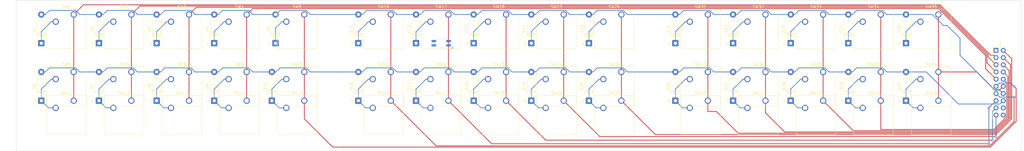
<source format=kicad_pcb>
(kicad_pcb (version 20171130) (host pcbnew 5.1.6+dfsg1-1)
  (layers (0 F.Cu signal) (31 B.Cu signal) (34 B.Paste user) (35 F.Paste user) (36 B.SilkS user) (37 F.SilkS user) (38 B.Mask user) (39 F.Mask user) (44 Edge.Cuts user))
  (net 0 "")
  (net 1 GND)
  (net 2 Col8)
  (net 3 "Net-(J1-Pad18)")
  (net 4 Col7)
  (net 5 Row1)
  (net 6 Col6)
  (net 7 Row0)
  (net 8 Col5)
  (net 9 Col14)
  (net 10 Col4)
  (net 11 Col13)
  (net 12 Col3)
  (net 13 Col12)
  (net 14 Col2)
  (net 15 Col11)
  (net 16 Col1)
  (net 17 Col10)
  (net 18 Col0)
  (net 19 Col9)
  (net 20 VCC3V3)
  (net 21 "Net-(D1-Pad1)")
  (net 22 "Net-(D2-Pad1)")
  (net 23 "Net-(D3-Pad1)")
  (net 24 "Net-(D4-Pad1)")
  (net 25 "Net-(D5-Pad1)")
  (net 26 "Net-(D6-Pad1)")
  (net 27 "Net-(D7-Pad1)")
  (net 28 "Net-(D8-Pad1)")
  (net 29 "Net-(D9-Pad1)")
  (net 30 "Net-(D10-Pad1)")
  (net 31 "Net-(D11-Pad1)")
  (net 32 "Net-(D12-Pad1)")
  (net 33 "Net-(D13-Pad1)")
  (net 34 "Net-(D14-Pad1)")
  (net 35 "Net-(D15-Pad1)")
  (net 36 "Net-(D16-Pad1)")
  (net 37 "Net-(D17-Pad1)")
  (net 38 "Net-(D18-Pad1)")
  (net 39 "Net-(D19-Pad1)")
  (net 40 "Net-(D20-Pad1)")
  (net 41 "Net-(D21-Pad1)")
  (net 42 "Net-(D22-Pad1)")
  (net 43 "Net-(D23-Pad1)")
  (net 44 "Net-(D24-Pad1)")
  (net 45 "Net-(D25-Pad1)")
  (net 46 "Net-(D26-Pad1)")
  (net 47 "Net-(D27-Pad1)")
  (net 48 "Net-(D28-Pad1)")
  (net 49 "Net-(D29-Pad1)")
  (net 50 "Net-(D30-Pad1)")
  (net 51 "Net-(D31-Pad3)")
  (net 52 "Net-(D31-Pad4)")
  (net 53 "Net-(D31-Pad2)")
  (net 54 "Net-(D31-Pad1)")
  (module kicad-keyboard-parts:MX_SK6812MINI-E (layer F.Cu) (at 187.96 149.86)
    (fp_text reference D31 hide)
    (fp_text value SK6812MINI-E)
    (fp_arc (start -0.794452 7.079999) (end -0.794452 6.579999) (angle -30.2992623) (layer Edge.Cuts) (width 0.1))
    (fp_arc (start 0.794452 7.079999) (end 1.046711 6.648298) (angle -30.29933433) (layer Edge.Cuts) (width 0.1))
    (fp_arc (start 1.298969 6.216597) (end 1.046711 6.648298) (angle -146.0055121) (layer Edge.Cuts) (width 0.1))
    (fp_arc (start 2.199999 5.782841) (end 1.699999 5.782841) (angle -25.70617777) (layer Edge.Cuts) (width 0.1))
    (fp_arc (start 2.199999 4.377157) (end 1.749484 4.160279) (angle -25.70608136) (layer Edge.Cuts) (width 0.1))
    (fp_arc (start 1.298969 3.943402) (end 1.749484 4.160279) (angle -146.0053097) (layer Edge.Cuts) (width 0.1))
    (fp_arc (start 0.794453 3.08) (end 0.794453 3.58) (angle -30.29922831) (layer Edge.Cuts) (width 0.1))
    (fp_arc (start -0.794452 3.08) (end -1.046711 3.5117) (angle -30.29928212) (layer Edge.Cuts) (width 0.1))
    (fp_arc (start -1.298969 3.943401) (end -1.046711 3.5117) (angle -146.0054017) (layer Edge.Cuts) (width 0.1))
    (fp_arc (start -2.199999 4.377157) (end -1.699999 4.377157) (angle -25.70611954) (layer Edge.Cuts) (width 0.1))
    (fp_arc (start -2.199999 5.782841) (end -1.749484 5.999719) (angle -25.70611205) (layer Edge.Cuts) (width 0.1))
    (fp_arc (start -1.298969 6.216596) (end -1.749484 5.999719) (angle -146.0053744) (layer Edge.Cuts) (width 0.1))
    (fp_line (start 0.794452 6.579999) (end -0.794452 6.579999) (layer Edge.Cuts) (width 0.1))
    (fp_line (start 1.699999 4.377157) (end 1.699999 5.782841) (layer Edge.Cuts) (width 0.1))
    (fp_line (start -0.794452 3.58) (end 0.794453 3.58) (layer Edge.Cuts) (width 0.1))
    (fp_line (start -1.699999 5.782841) (end -1.699999 4.377157) (layer Edge.Cuts) (width 0.1))
    (pad 3 smd roundrect (at 2.6 5.829999 270) (size 0.82 1.6) (layers B.Cu B.Paste B.Mask) (roundrect_rratio 0.1) (net 51 "Net-(D31-Pad3)"))
    (pad 4 smd roundrect (at 2.6 4.329999 270) (size 0.82 1.6) (layers B.Cu B.Paste B.Mask) (roundrect_rratio 0.1) (net 52 "Net-(D31-Pad4)"))
    (pad 2 smd roundrect (at -2.6 5.829999 270) (size 0.82 1.6) (layers B.Cu B.Paste B.Mask) (roundrect_rratio 0.1) (net 53 "Net-(D31-Pad2)"))
    (pad 1 smd roundrect (at -2.6 4.329999 270) (size 0.82 1.6) (layers B.Cu B.Paste B.Mask) (roundrect_rratio 0.1) (net 54 "Net-(D31-Pad1)"))
  )
  (module MountingHole:MountingHole_3.2mm_M3 (layer F.Cu) (at 375.92 180.34)
    (fp_text reference REF** hide)
    (fp_text value MountingHole_3.2mm_M3)
    (pad 1 np_thru_hole circle (at 0 0) (size 3.2 3.2) (drill 3.2) (layers *.Cu *.Mask))
  )
  (module MountingHole:MountingHole_3.2mm_M3 (layer F.Cu) (at 375.92 170.18)
    (fp_text reference REF** hide)
    (fp_text value MountingHole_3.2mm_M3)
    (pad 1 np_thru_hole circle (at 0 0) (size 3.2 3.2) (drill 3.2) (layers *.Cu *.Mask))
  )
  (module MountingHole:MountingHole_3.2mm_M3 (layer F.Cu) (at 375.92 149.86)
    (fp_text reference REF** hide)
    (fp_text value MountingHole_3.2mm_M3)
    (pad 1 np_thru_hole circle (at 0 0) (size 3.2 3.2) (drill 3.2) (layers *.Cu *.Mask))
  )
  (module MountingHole:MountingHole_3.2mm_M3 (layer F.Cu) (at 264.16 180.34)
    (fp_text reference REF** hide)
    (fp_text value MountingHole_3.2mm_M3)
    (pad 1 np_thru_hole circle (at 0 0) (size 3.2 3.2) (drill 3.2) (layers *.Cu *.Mask))
  )
  (module MountingHole:MountingHole_3.2mm_M3 (layer F.Cu) (at 264.16 170.18)
    (fp_text reference REF** hide)
    (fp_text value MountingHole_3.2mm_M3)
    (pad 1 np_thru_hole circle (at 0 0) (size 3.2 3.2) (drill 3.2) (layers *.Cu *.Mask))
  )
  (module MountingHole:MountingHole_3.2mm_M3 (layer F.Cu) (at 264.16 149.86)
    (fp_text reference REF** hide)
    (fp_text value MountingHole_3.2mm_M3)
    (pad 1 np_thru_hole circle (at 0 0) (size 3.2 3.2) (drill 3.2) (layers *.Cu *.Mask))
  )
  (module MountingHole:MountingHole_3.2mm_M3 (layer F.Cu) (at 152.4 180.34)
    (fp_text reference REF** hide)
    (fp_text value MountingHole_3.2mm_M3)
    (pad 1 np_thru_hole circle (at 0 0) (size 3.2 3.2) (drill 3.2) (layers *.Cu *.Mask))
  )
  (module MountingHole:MountingHole_3.2mm_M3 (layer F.Cu) (at 152.4 170.18)
    (fp_text reference REF** hide)
    (fp_text value MountingHole_3.2mm_M3)
    (pad 1 np_thru_hole circle (at 0 0) (size 3.2 3.2) (drill 3.2) (layers *.Cu *.Mask))
  )
  (module MountingHole:MountingHole_3.2mm_M3 (layer F.Cu) (at 152.4 149.86)
    (fp_text reference REF** hide)
    (fp_text value MountingHole_3.2mm_M3)
    (pad 1 np_thru_hole circle (at 0 0) (size 3.2 3.2) (drill 3.2) (layers *.Cu *.Mask))
  )
  (module MountingHole:MountingHole_3.2mm_M3 (layer F.Cu) (at 41.91 180.34)
    (fp_text reference REF** hide)
    (fp_text value MountingHole_3.2mm_M3)
    (pad 1 np_thru_hole circle (at 0 0) (size 3.2 3.2) (drill 3.2) (layers *.Cu *.Mask))
  )
  (module MountingHole:MountingHole_3.2mm_M3 (layer F.Cu) (at 41.91 170.18)
    (fp_text reference REF** hide)
    (fp_text value MountingHole_3.2mm_M3)
    (pad 1 np_thru_hole circle (at 0 0) (size 3.2 3.2) (drill 3.2) (layers *.Cu *.Mask))
  )
  (module MountingHole:MountingHole_3.2mm_M3 (layer F.Cu) (at 41.91 149.86)
    (fp_text reference REF** hide)
    (fp_text value MountingHole_3.2mm_M3)
    (pad 1 np_thru_hole circle (at 0 0) (size 3.2 3.2) (drill 3.2) (layers *.Cu *.Mask))
  )
  (module Button_Switch_Keyboard:SW_Cherry_MX_1.00u_PCB (layer F.Cu) (at 139.7 144.78)
    (fp_text reference SW5 (at -2.54 -2.794) (layer F.SilkS))
    (fp_text value SW_Push)
    (pad "" np_thru_hole circle (at 2.54 5.08) (size 1.7 1.7) (drill 1.7) (layers *.Cu *.Mask))
    (pad "" np_thru_hole circle (at -7.62 5.08) (size 1.7 1.7) (drill 1.7) (layers *.Cu *.Mask))
    (pad "" np_thru_hole circle (at -2.54 5.08) (size 4 4) (drill 4) (layers *.Cu *.Mask))
    (pad 2 thru_hole circle (at -6.35 2.54) (size 2.2 2.2) (drill 1.5) (layers *.Cu *.Mask) (net 25 "Net-(D5-Pad1)"))
    (pad 1 thru_hole circle (at 0 0) (size 2.2 2.2) (drill 1.5) (layers *.Cu *.Mask) (net 10 Col4))
  )
  (module Button_Switch_Keyboard:SW_Cherry_MX_1.00u_PCB (layer F.Cu) (at 363.22 144.78)
    (fp_text reference SW35 (at -2.54 -2.794) (layer F.SilkS))
    (fp_text value SW_Push)
    (pad "" np_thru_hole circle (at 2.54 5.08) (size 1.7 1.7) (drill 1.7) (layers *.Cu *.Mask))
    (pad "" np_thru_hole circle (at -7.62 5.08) (size 1.7 1.7) (drill 1.7) (layers *.Cu *.Mask))
    (pad "" np_thru_hole circle (at -2.54 5.08) (size 4 4) (drill 4) (layers *.Cu *.Mask))
    (pad 2 thru_hole circle (at -6.35 2.54) (size 2.2 2.2) (drill 1.5) (layers *.Cu *.Mask) (net 45 "Net-(D25-Pad1)"))
    (pad 1 thru_hole circle (at 0 0) (size 2.2 2.2) (drill 1.5) (layers *.Cu *.Mask) (net 9 Col14))
  )
  (module Diode_THT:D_DO-41_SOD81_P10.16mm_Horizontal (layer F.Cu) (at 351.79 175.26 90)
    (fp_text reference D30 (at 5.08 -2.47 90) (layer F.SilkS))
    (fp_text value 1N4007)
    (fp_text user K (at 0 -2.1 90) (layer F.SilkS))
    (pad 2 thru_hole oval (at 10.16 0 90) (size 2.2 2.2) (drill 1.1) (layers *.Cu *.Mask) (net 5 Row1))
    (pad 1 thru_hole rect (at 0 0 90) (size 2.2 2.2) (drill 1.1) (layers *.Cu *.Mask) (net 50 "Net-(D30-Pad1)"))
  )
  (module Diode_THT:D_DO-41_SOD81_P10.16mm_Horizontal (layer F.Cu) (at 331.47 175.26 90)
    (fp_text reference D29 (at 5.08 -2.47 90) (layer F.SilkS))
    (fp_text value 1N4007)
    (fp_text user K (at 0 -2.1 90) (layer F.SilkS))
    (pad 2 thru_hole oval (at 10.16 0 90) (size 2.2 2.2) (drill 1.1) (layers *.Cu *.Mask) (net 5 Row1))
    (pad 1 thru_hole rect (at 0 0 90) (size 2.2 2.2) (drill 1.1) (layers *.Cu *.Mask) (net 49 "Net-(D29-Pad1)"))
  )
  (module Diode_THT:D_DO-41_SOD81_P10.16mm_Horizontal (layer F.Cu) (at 311.15 175.26 90)
    (fp_text reference D28 (at 5.08 -2.47 90) (layer F.SilkS))
    (fp_text value 1N4007)
    (fp_text user K (at 0 -2.1 90) (layer F.SilkS))
    (pad 2 thru_hole oval (at 10.16 0 90) (size 2.2 2.2) (drill 1.1) (layers *.Cu *.Mask) (net 5 Row1))
    (pad 1 thru_hole rect (at 0 0 90) (size 2.2 2.2) (drill 1.1) (layers *.Cu *.Mask) (net 48 "Net-(D28-Pad1)"))
  )
  (module Diode_THT:D_DO-41_SOD81_P10.16mm_Horizontal (layer F.Cu) (at 290.83 175.26 90)
    (fp_text reference D27 (at 5.08 -2.47 90) (layer F.SilkS))
    (fp_text value 1N4007)
    (fp_text user K (at 0 -2.1 90) (layer F.SilkS))
    (pad 2 thru_hole oval (at 10.16 0 90) (size 2.2 2.2) (drill 1.1) (layers *.Cu *.Mask) (net 5 Row1))
    (pad 1 thru_hole rect (at 0 0 90) (size 2.2 2.2) (drill 1.1) (layers *.Cu *.Mask) (net 47 "Net-(D27-Pad1)"))
  )
  (module Diode_THT:D_DO-41_SOD81_P10.16mm_Horizontal (layer F.Cu) (at 270.51 175.26 90)
    (fp_text reference D26 (at 5.08 -2.47 90) (layer F.SilkS))
    (fp_text value 1N4007)
    (fp_text user K (at 0 -2.1 90) (layer F.SilkS))
    (pad 2 thru_hole oval (at 10.16 0 90) (size 2.2 2.2) (drill 1.1) (layers *.Cu *.Mask) (net 5 Row1))
    (pad 1 thru_hole rect (at 0 0 90) (size 2.2 2.2) (drill 1.1) (layers *.Cu *.Mask) (net 46 "Net-(D26-Pad1)"))
  )
  (module Diode_THT:D_DO-41_SOD81_P10.16mm_Horizontal (layer F.Cu) (at 351.79 154.94 90)
    (fp_text reference D25 (at 5.08 -2.47 90) (layer F.SilkS))
    (fp_text value 1N4007)
    (fp_text user K (at 0 -2.1 90) (layer F.SilkS))
    (pad 2 thru_hole oval (at 10.16 0 90) (size 2.2 2.2) (drill 1.1) (layers *.Cu *.Mask) (net 7 Row0))
    (pad 1 thru_hole rect (at 0 0 90) (size 2.2 2.2) (drill 1.1) (layers *.Cu *.Mask) (net 45 "Net-(D25-Pad1)"))
  )
  (module Diode_THT:D_DO-41_SOD81_P10.16mm_Horizontal (layer F.Cu) (at 331.47 154.94 90)
    (fp_text reference D24 (at 5.08 -2.47 90) (layer F.SilkS))
    (fp_text value 1N4007)
    (fp_text user K (at 0 -2.1 90) (layer F.SilkS))
    (pad 2 thru_hole oval (at 10.16 0 90) (size 2.2 2.2) (drill 1.1) (layers *.Cu *.Mask) (net 7 Row0))
    (pad 1 thru_hole rect (at 0 0 90) (size 2.2 2.2) (drill 1.1) (layers *.Cu *.Mask) (net 44 "Net-(D24-Pad1)"))
  )
  (module Diode_THT:D_DO-41_SOD81_P10.16mm_Horizontal (layer F.Cu) (at 311.15 154.94 90)
    (fp_text reference D23 (at 5.08 -2.47 90) (layer F.SilkS))
    (fp_text value 1N4007)
    (fp_text user K (at 0 -2.1 90) (layer F.SilkS))
    (pad 2 thru_hole oval (at 10.16 0 90) (size 2.2 2.2) (drill 1.1) (layers *.Cu *.Mask) (net 7 Row0))
    (pad 1 thru_hole rect (at 0 0 90) (size 2.2 2.2) (drill 1.1) (layers *.Cu *.Mask) (net 43 "Net-(D23-Pad1)"))
  )
  (module Diode_THT:D_DO-41_SOD81_P10.16mm_Horizontal (layer F.Cu) (at 290.83 154.94 90)
    (fp_text reference D22 (at 5.08 -2.47 90) (layer F.SilkS))
    (fp_text value 1N4007)
    (fp_text user K (at 0 -2.1 90) (layer F.SilkS))
    (pad 2 thru_hole oval (at 10.16 0 90) (size 2.2 2.2) (drill 1.1) (layers *.Cu *.Mask) (net 7 Row0))
    (pad 1 thru_hole rect (at 0 0 90) (size 2.2 2.2) (drill 1.1) (layers *.Cu *.Mask) (net 42 "Net-(D22-Pad1)"))
  )
  (module Diode_THT:D_DO-41_SOD81_P10.16mm_Horizontal (layer F.Cu) (at 270.51 154.94 90)
    (fp_text reference D21 (at 5.08 -2.47 90) (layer F.SilkS))
    (fp_text value 1N4007)
    (fp_text user K (at 0 -2.1 90) (layer F.SilkS))
    (pad 2 thru_hole oval (at 10.16 0 90) (size 2.2 2.2) (drill 1.1) (layers *.Cu *.Mask) (net 7 Row0))
    (pad 1 thru_hole rect (at 0 0 90) (size 2.2 2.2) (drill 1.1) (layers *.Cu *.Mask) (net 41 "Net-(D21-Pad1)"))
  )
  (module Diode_THT:D_DO-41_SOD81_P10.16mm_Horizontal (layer F.Cu) (at 240.03 175.26 90)
    (fp_text reference D20 (at 5.08 -2.47 90) (layer F.SilkS))
    (fp_text value 1N4007)
    (fp_text user K (at 0 -2.1 90) (layer F.SilkS))
    (pad 2 thru_hole oval (at 10.16 0 90) (size 2.2 2.2) (drill 1.1) (layers *.Cu *.Mask) (net 5 Row1))
    (pad 1 thru_hole rect (at 0 0 90) (size 2.2 2.2) (drill 1.1) (layers *.Cu *.Mask) (net 40 "Net-(D20-Pad1)"))
  )
  (module Diode_THT:D_DO-41_SOD81_P10.16mm_Horizontal (layer F.Cu) (at 219.71 175.26 90)
    (fp_text reference D19 (at 5.08 -2.47 90) (layer F.SilkS))
    (fp_text value 1N4007)
    (fp_text user K (at 0 -2.1 90) (layer F.SilkS))
    (pad 2 thru_hole oval (at 10.16 0 90) (size 2.2 2.2) (drill 1.1) (layers *.Cu *.Mask) (net 5 Row1))
    (pad 1 thru_hole rect (at 0 0 90) (size 2.2 2.2) (drill 1.1) (layers *.Cu *.Mask) (net 39 "Net-(D19-Pad1)"))
  )
  (module Diode_THT:D_DO-41_SOD81_P10.16mm_Horizontal (layer F.Cu) (at 199.39 175.26 90)
    (fp_text reference D18 (at 5.08 -2.47 90) (layer F.SilkS))
    (fp_text value 1N4007)
    (fp_text user K (at 0 -2.1 90) (layer F.SilkS))
    (pad 2 thru_hole oval (at 10.16 0 90) (size 2.2 2.2) (drill 1.1) (layers *.Cu *.Mask) (net 5 Row1))
    (pad 1 thru_hole rect (at 0 0 90) (size 2.2 2.2) (drill 1.1) (layers *.Cu *.Mask) (net 38 "Net-(D18-Pad1)"))
  )
  (module Diode_THT:D_DO-41_SOD81_P10.16mm_Horizontal (layer F.Cu) (at 179.07 175.26 90)
    (fp_text reference D17 (at 5.08 -2.47 90) (layer F.SilkS))
    (fp_text value 1N4007)
    (fp_text user K (at 0 -2.1 90) (layer F.SilkS))
    (pad 2 thru_hole oval (at 10.16 0 90) (size 2.2 2.2) (drill 1.1) (layers *.Cu *.Mask) (net 5 Row1))
    (pad 1 thru_hole rect (at 0 0 90) (size 2.2 2.2) (drill 1.1) (layers *.Cu *.Mask) (net 37 "Net-(D17-Pad1)"))
  )
  (module Diode_THT:D_DO-41_SOD81_P10.16mm_Horizontal (layer F.Cu) (at 158.75 175.26 90)
    (fp_text reference D16 (at 5.08 -2.47 90) (layer F.SilkS))
    (fp_text value 1N4007)
    (fp_text user K (at 0 -2.1 90) (layer F.SilkS))
    (pad 2 thru_hole oval (at 10.16 0 90) (size 2.2 2.2) (drill 1.1) (layers *.Cu *.Mask) (net 5 Row1))
    (pad 1 thru_hole rect (at 0 0 90) (size 2.2 2.2) (drill 1.1) (layers *.Cu *.Mask) (net 36 "Net-(D16-Pad1)"))
  )
  (module Diode_THT:D_DO-41_SOD81_P10.16mm_Horizontal (layer F.Cu) (at 240.03 154.94 90)
    (fp_text reference D15 (at 5.08 -2.47 90) (layer F.SilkS))
    (fp_text value 1N4007)
    (fp_text user K (at 0 -2.1 90) (layer F.SilkS))
    (pad 2 thru_hole oval (at 10.16 0 90) (size 2.2 2.2) (drill 1.1) (layers *.Cu *.Mask) (net 7 Row0))
    (pad 1 thru_hole rect (at 0 0 90) (size 2.2 2.2) (drill 1.1) (layers *.Cu *.Mask) (net 35 "Net-(D15-Pad1)"))
  )
  (module Diode_THT:D_DO-41_SOD81_P10.16mm_Horizontal (layer F.Cu) (at 219.71 154.94 90)
    (fp_text reference D14 (at 5.08 -2.47 90) (layer F.SilkS))
    (fp_text value 1N4007)
    (fp_text user K (at 0 -2.1 90) (layer F.SilkS))
    (pad 2 thru_hole oval (at 10.16 0 90) (size 2.2 2.2) (drill 1.1) (layers *.Cu *.Mask) (net 7 Row0))
    (pad 1 thru_hole rect (at 0 0 90) (size 2.2 2.2) (drill 1.1) (layers *.Cu *.Mask) (net 34 "Net-(D14-Pad1)"))
  )
  (module Diode_THT:D_DO-41_SOD81_P10.16mm_Horizontal (layer F.Cu) (at 199.39 154.94 90)
    (fp_text reference D13 (at 5.08 -2.47 90) (layer F.SilkS))
    (fp_text value 1N4007)
    (fp_text user K (at 0 -2.1 90) (layer F.SilkS))
    (pad 2 thru_hole oval (at 10.16 0 90) (size 2.2 2.2) (drill 1.1) (layers *.Cu *.Mask) (net 7 Row0))
    (pad 1 thru_hole rect (at 0 0 90) (size 2.2 2.2) (drill 1.1) (layers *.Cu *.Mask) (net 33 "Net-(D13-Pad1)"))
  )
  (module Diode_THT:D_DO-41_SOD81_P10.16mm_Horizontal (layer F.Cu) (at 179.07 154.94 90)
    (fp_text reference D12 (at 5.08 -2.47 90) (layer F.SilkS))
    (fp_text value 1N4007)
    (fp_text user K (at 0 -2.1 90) (layer F.SilkS))
    (pad 2 thru_hole oval (at 10.16 0 90) (size 2.2 2.2) (drill 1.1) (layers *.Cu *.Mask) (net 7 Row0))
    (pad 1 thru_hole rect (at 0 0 90) (size 2.2 2.2) (drill 1.1) (layers *.Cu *.Mask) (net 32 "Net-(D12-Pad1)"))
  )
  (module Diode_THT:D_DO-41_SOD81_P10.16mm_Horizontal (layer F.Cu) (at 158.75 154.94 90)
    (fp_text reference D11 (at 5.08 -2.47 90) (layer F.SilkS))
    (fp_text value 1N4007)
    (fp_text user K (at 0 -2.1 90) (layer F.SilkS))
    (pad 2 thru_hole oval (at 10.16 0 90) (size 2.2 2.2) (drill 1.1) (layers *.Cu *.Mask) (net 7 Row0))
    (pad 1 thru_hole rect (at 0 0 90) (size 2.2 2.2) (drill 1.1) (layers *.Cu *.Mask) (net 31 "Net-(D11-Pad1)"))
  )
  (module Diode_THT:D_DO-41_SOD81_P10.16mm_Horizontal (layer F.Cu) (at 128.27 175.26 90)
    (fp_text reference D10 (at 5.08 -2.47 90) (layer F.SilkS))
    (fp_text value 1N4007)
    (fp_text user K (at 0 -2.1 90) (layer F.SilkS))
    (pad 2 thru_hole oval (at 10.16 0 90) (size 2.2 2.2) (drill 1.1) (layers *.Cu *.Mask) (net 5 Row1))
    (pad 1 thru_hole rect (at 0 0 90) (size 2.2 2.2) (drill 1.1) (layers *.Cu *.Mask) (net 30 "Net-(D10-Pad1)"))
  )
  (module Diode_THT:D_DO-41_SOD81_P10.16mm_Horizontal (layer F.Cu) (at 107.95 175.26 90)
    (fp_text reference D9 (at 5.08 -2.47 90) (layer F.SilkS))
    (fp_text value 1N4007)
    (fp_text user K (at 0 -2.1 90) (layer F.SilkS))
    (pad 2 thru_hole oval (at 10.16 0 90) (size 2.2 2.2) (drill 1.1) (layers *.Cu *.Mask) (net 5 Row1))
    (pad 1 thru_hole rect (at 0 0 90) (size 2.2 2.2) (drill 1.1) (layers *.Cu *.Mask) (net 29 "Net-(D9-Pad1)"))
  )
  (module Diode_THT:D_DO-41_SOD81_P10.16mm_Horizontal (layer F.Cu) (at 87.63 175.26 90)
    (fp_text reference D8 (at 5.08 -2.47 90) (layer F.SilkS))
    (fp_text value 1N4007)
    (fp_text user K (at 0 -2.1 90) (layer F.SilkS))
    (pad 2 thru_hole oval (at 10.16 0 90) (size 2.2 2.2) (drill 1.1) (layers *.Cu *.Mask) (net 5 Row1))
    (pad 1 thru_hole rect (at 0 0 90) (size 2.2 2.2) (drill 1.1) (layers *.Cu *.Mask) (net 28 "Net-(D8-Pad1)"))
  )
  (module Diode_THT:D_DO-41_SOD81_P10.16mm_Horizontal (layer F.Cu) (at 67.31 175.26 90)
    (fp_text reference D7 (at 5.08 -2.47 90) (layer F.SilkS))
    (fp_text value 1N4007)
    (fp_text user K (at 0 -2.1 90) (layer F.SilkS))
    (pad 2 thru_hole oval (at 10.16 0 90) (size 2.2 2.2) (drill 1.1) (layers *.Cu *.Mask) (net 5 Row1))
    (pad 1 thru_hole rect (at 0 0 90) (size 2.2 2.2) (drill 1.1) (layers *.Cu *.Mask) (net 27 "Net-(D7-Pad1)"))
  )
  (module Diode_THT:D_DO-41_SOD81_P10.16mm_Horizontal (layer F.Cu) (at 46.99 175.26 90)
    (fp_text reference D6 (at 5.08 -2.47 90) (layer F.SilkS))
    (fp_text value 1N4007)
    (fp_text user K (at 0 -2.1 90) (layer F.SilkS))
    (pad 2 thru_hole oval (at 10.16 0 90) (size 2.2 2.2) (drill 1.1) (layers *.Cu *.Mask) (net 5 Row1))
    (pad 1 thru_hole rect (at 0 0 90) (size 2.2 2.2) (drill 1.1) (layers *.Cu *.Mask) (net 26 "Net-(D6-Pad1)"))
  )
  (module Diode_THT:D_DO-41_SOD81_P10.16mm_Horizontal (layer F.Cu) (at 129.54 154.94 90)
    (fp_text reference D5 (at 5.08 -2.47 90) (layer F.SilkS))
    (fp_text value 1N4007)
    (fp_text user K (at 0 -2.1 90) (layer F.SilkS))
    (pad 2 thru_hole oval (at 10.16 0 90) (size 2.2 2.2) (drill 1.1) (layers *.Cu *.Mask) (net 7 Row0))
    (pad 1 thru_hole rect (at 0 0 90) (size 2.2 2.2) (drill 1.1) (layers *.Cu *.Mask) (net 25 "Net-(D5-Pad1)"))
  )
  (module Diode_THT:D_DO-41_SOD81_P10.16mm_Horizontal (layer F.Cu) (at 107.95 154.94 90)
    (fp_text reference D4 (at 5.08 -2.47 90) (layer F.SilkS))
    (fp_text value 1N4007)
    (fp_text user K (at 0 -2.1 90) (layer F.SilkS))
    (pad 2 thru_hole oval (at 10.16 0 90) (size 2.2 2.2) (drill 1.1) (layers *.Cu *.Mask) (net 7 Row0))
    (pad 1 thru_hole rect (at 0 0 90) (size 2.2 2.2) (drill 1.1) (layers *.Cu *.Mask) (net 24 "Net-(D4-Pad1)"))
  )
  (module Diode_THT:D_DO-41_SOD81_P10.16mm_Horizontal (layer F.Cu) (at 87.63 154.94 90)
    (fp_text reference D3 (at 5.08 -2.47 90) (layer F.SilkS))
    (fp_text value 1N4007)
    (fp_text user K (at 0 -2.1 90) (layer F.SilkS))
    (pad 2 thru_hole oval (at 10.16 0 90) (size 2.2 2.2) (drill 1.1) (layers *.Cu *.Mask) (net 7 Row0))
    (pad 1 thru_hole rect (at 0 0 90) (size 2.2 2.2) (drill 1.1) (layers *.Cu *.Mask) (net 23 "Net-(D3-Pad1)"))
  )
  (module Diode_THT:D_DO-41_SOD81_P10.16mm_Horizontal (layer F.Cu) (at 67.31 154.94 90)
    (fp_text reference D2 (at 5.08 -2.47 90) (layer F.SilkS))
    (fp_text value 1N4007)
    (fp_text user K (at 0 -2.1 90) (layer F.SilkS))
    (pad 2 thru_hole oval (at 10.16 0 90) (size 2.2 2.2) (drill 1.1) (layers *.Cu *.Mask) (net 7 Row0))
    (pad 1 thru_hole rect (at 0 0 90) (size 2.2 2.2) (drill 1.1) (layers *.Cu *.Mask) (net 22 "Net-(D2-Pad1)"))
  )
  (module Diode_THT:D_DO-41_SOD81_P10.16mm_Horizontal (layer F.Cu) (at 46.99 154.94 90)
    (fp_text reference D1 (at 5.08 -2.47 90) (layer F.SilkS))
    (fp_text value 1N4007)
    (fp_text user K (at 0 -2.1 90) (layer F.SilkS))
    (pad 2 thru_hole oval (at 10.16 0 90) (size 2.2 2.2) (drill 1.1) (layers *.Cu *.Mask) (net 7 Row0))
    (pad 1 thru_hole rect (at 0 0 90) (size 2.2 2.2) (drill 1.1) (layers *.Cu *.Mask) (net 21 "Net-(D1-Pad1)"))
  )
  (module Button_Switch_Keyboard:SW_Cherry_MX_1.00u_PCB (layer F.Cu) (at 363.22 175.26)
    (fp_text reference SW45 (at -2.54 -2.794) (layer F.SilkS))
    (fp_text value SW_Push)
    (pad "" np_thru_hole circle (at 2.54 5.08) (size 1.7 1.7) (drill 1.7) (layers *.Cu *.Mask))
    (pad "" np_thru_hole circle (at -7.62 5.08) (size 1.7 1.7) (drill 1.7) (layers *.Cu *.Mask))
    (pad "" np_thru_hole circle (at -2.54 5.08) (size 4 4) (drill 4) (layers *.Cu *.Mask))
    (pad 2 thru_hole circle (at -6.35 2.54) (size 2.2 2.2) (drill 1.5) (layers *.Cu *.Mask) (net 50 "Net-(D30-Pad1)"))
    (pad 1 thru_hole circle (at 0 0) (size 2.2 2.2) (drill 1.5) (layers *.Cu *.Mask) (net 9 Col14))
  )
  (module Button_Switch_Keyboard:SW_Cherry_MX_1.00u_PCB (layer F.Cu) (at 363.22 165.1)
    (fp_text reference SW40 (at -2.54 -2.794) (layer F.SilkS))
    (fp_text value SW_Push)
    (pad "" np_thru_hole circle (at 2.54 5.08) (size 1.7 1.7) (drill 1.7) (layers *.Cu *.Mask))
    (pad "" np_thru_hole circle (at -7.62 5.08) (size 1.7 1.7) (drill 1.7) (layers *.Cu *.Mask))
    (pad "" np_thru_hole circle (at -2.54 5.08) (size 4 4) (drill 4) (layers *.Cu *.Mask))
    (pad 2 thru_hole circle (at -6.35 2.54) (size 2.2 2.2) (drill 1.5) (layers *.Cu *.Mask) (net 50 "Net-(D30-Pad1)"))
    (pad 1 thru_hole circle (at 0 0) (size 2.2 2.2) (drill 1.5) (layers *.Cu *.Mask) (net 9 Col14))
  )
  (module Button_Switch_Keyboard:SW_Cherry_MX_1.00u_PCB (layer F.Cu) (at 342.9 175.26)
    (fp_text reference SW44 (at -2.54 -2.794) (layer F.SilkS))
    (fp_text value SW_Push)
    (pad "" np_thru_hole circle (at 2.54 5.08) (size 1.7 1.7) (drill 1.7) (layers *.Cu *.Mask))
    (pad "" np_thru_hole circle (at -7.62 5.08) (size 1.7 1.7) (drill 1.7) (layers *.Cu *.Mask))
    (pad "" np_thru_hole circle (at -2.54 5.08) (size 4 4) (drill 4) (layers *.Cu *.Mask))
    (pad 2 thru_hole circle (at -6.35 2.54) (size 2.2 2.2) (drill 1.5) (layers *.Cu *.Mask) (net 49 "Net-(D29-Pad1)"))
    (pad 1 thru_hole circle (at 0 0) (size 2.2 2.2) (drill 1.5) (layers *.Cu *.Mask) (net 11 Col13))
  )
  (module Button_Switch_Keyboard:SW_Cherry_MX_1.00u_PCB (layer F.Cu) (at 322.58 175.26)
    (fp_text reference SW43 (at -2.54 -2.794) (layer F.SilkS))
    (fp_text value SW_Push)
    (pad "" np_thru_hole circle (at 2.54 5.08) (size 1.7 1.7) (drill 1.7) (layers *.Cu *.Mask))
    (pad "" np_thru_hole circle (at -7.62 5.08) (size 1.7 1.7) (drill 1.7) (layers *.Cu *.Mask))
    (pad "" np_thru_hole circle (at -2.54 5.08) (size 4 4) (drill 4) (layers *.Cu *.Mask))
    (pad 2 thru_hole circle (at -6.35 2.54) (size 2.2 2.2) (drill 1.5) (layers *.Cu *.Mask) (net 48 "Net-(D28-Pad1)"))
    (pad 1 thru_hole circle (at 0 0) (size 2.2 2.2) (drill 1.5) (layers *.Cu *.Mask) (net 13 Col12))
  )
  (module Button_Switch_Keyboard:SW_Cherry_MX_1.00u_PCB (layer F.Cu) (at 302.26 175.26)
    (fp_text reference SW42 (at -2.54 -2.794) (layer F.SilkS))
    (fp_text value SW_Push)
    (pad "" np_thru_hole circle (at 2.54 5.08) (size 1.7 1.7) (drill 1.7) (layers *.Cu *.Mask))
    (pad "" np_thru_hole circle (at -7.62 5.08) (size 1.7 1.7) (drill 1.7) (layers *.Cu *.Mask))
    (pad "" np_thru_hole circle (at -2.54 5.08) (size 4 4) (drill 4) (layers *.Cu *.Mask))
    (pad 2 thru_hole circle (at -6.35 2.54) (size 2.2 2.2) (drill 1.5) (layers *.Cu *.Mask) (net 47 "Net-(D27-Pad1)"))
    (pad 1 thru_hole circle (at 0 0) (size 2.2 2.2) (drill 1.5) (layers *.Cu *.Mask) (net 15 Col11))
  )
  (module Button_Switch_Keyboard:SW_Cherry_MX_1.00u_PCB (layer F.Cu) (at 281.94 165.1)
    (fp_text reference SW41 (at -2.54 -2.794) (layer F.SilkS))
    (fp_text value SW_Push)
    (pad "" np_thru_hole circle (at 2.54 5.08) (size 1.7 1.7) (drill 1.7) (layers *.Cu *.Mask))
    (pad "" np_thru_hole circle (at -7.62 5.08) (size 1.7 1.7) (drill 1.7) (layers *.Cu *.Mask))
    (pad "" np_thru_hole circle (at -2.54 5.08) (size 4 4) (drill 4) (layers *.Cu *.Mask))
    (pad 2 thru_hole circle (at -6.35 2.54) (size 2.2 2.2) (drill 1.5) (layers *.Cu *.Mask) (net 46 "Net-(D26-Pad1)"))
    (pad 1 thru_hole circle (at 0 0) (size 2.2 2.2) (drill 1.5) (layers *.Cu *.Mask) (net 17 Col10))
  )
  (module Button_Switch_Keyboard:SW_Cherry_MX_1.00u_PCB (layer F.Cu) (at 342.9 165.1)
    (fp_text reference SW39 (at -2.54 -2.794) (layer F.SilkS))
    (fp_text value SW_Push)
    (pad "" np_thru_hole circle (at 2.54 5.08) (size 1.7 1.7) (drill 1.7) (layers *.Cu *.Mask))
    (pad "" np_thru_hole circle (at -7.62 5.08) (size 1.7 1.7) (drill 1.7) (layers *.Cu *.Mask))
    (pad "" np_thru_hole circle (at -2.54 5.08) (size 4 4) (drill 4) (layers *.Cu *.Mask))
    (pad 2 thru_hole circle (at -6.35 2.54) (size 2.2 2.2) (drill 1.5) (layers *.Cu *.Mask) (net 49 "Net-(D29-Pad1)"))
    (pad 1 thru_hole circle (at 0 0) (size 2.2 2.2) (drill 1.5) (layers *.Cu *.Mask) (net 11 Col13))
  )
  (module Button_Switch_Keyboard:SW_Cherry_MX_1.00u_PCB (layer F.Cu) (at 322.58 165.1)
    (fp_text reference SW38 (at -2.54 -2.794) (layer F.SilkS))
    (fp_text value SW_Push)
    (pad "" np_thru_hole circle (at 2.54 5.08) (size 1.7 1.7) (drill 1.7) (layers *.Cu *.Mask))
    (pad "" np_thru_hole circle (at -7.62 5.08) (size 1.7 1.7) (drill 1.7) (layers *.Cu *.Mask))
    (pad "" np_thru_hole circle (at -2.54 5.08) (size 4 4) (drill 4) (layers *.Cu *.Mask))
    (pad 2 thru_hole circle (at -6.35 2.54) (size 2.2 2.2) (drill 1.5) (layers *.Cu *.Mask) (net 48 "Net-(D28-Pad1)"))
    (pad 1 thru_hole circle (at 0 0) (size 2.2 2.2) (drill 1.5) (layers *.Cu *.Mask) (net 13 Col12))
  )
  (module Button_Switch_Keyboard:SW_Cherry_MX_1.00u_PCB (layer F.Cu) (at 302.26 165.1)
    (fp_text reference SW37 (at -2.54 -2.794) (layer F.SilkS))
    (fp_text value SW_Push)
    (pad "" np_thru_hole circle (at 2.54 5.08) (size 1.7 1.7) (drill 1.7) (layers *.Cu *.Mask))
    (pad "" np_thru_hole circle (at -7.62 5.08) (size 1.7 1.7) (drill 1.7) (layers *.Cu *.Mask))
    (pad "" np_thru_hole circle (at -2.54 5.08) (size 4 4) (drill 4) (layers *.Cu *.Mask))
    (pad 2 thru_hole circle (at -6.35 2.54) (size 2.2 2.2) (drill 1.5) (layers *.Cu *.Mask) (net 47 "Net-(D27-Pad1)"))
    (pad 1 thru_hole circle (at 0 0) (size 2.2 2.2) (drill 1.5) (layers *.Cu *.Mask) (net 15 Col11))
  )
  (module Button_Switch_Keyboard:SW_Cherry_MX_1.00u_PCB (layer F.Cu) (at 281.94 175.26)
    (fp_text reference SW36 (at -2.54 -2.794) (layer F.SilkS))
    (fp_text value SW_Push)
    (pad "" np_thru_hole circle (at 2.54 5.08) (size 1.7 1.7) (drill 1.7) (layers *.Cu *.Mask))
    (pad "" np_thru_hole circle (at -7.62 5.08) (size 1.7 1.7) (drill 1.7) (layers *.Cu *.Mask))
    (pad "" np_thru_hole circle (at -2.54 5.08) (size 4 4) (drill 4) (layers *.Cu *.Mask))
    (pad 2 thru_hole circle (at -6.35 2.54) (size 2.2 2.2) (drill 1.5) (layers *.Cu *.Mask) (net 46 "Net-(D26-Pad1)"))
    (pad 1 thru_hole circle (at 0 0) (size 2.2 2.2) (drill 1.5) (layers *.Cu *.Mask) (net 17 Col10))
  )
  (module Button_Switch_Keyboard:SW_Cherry_MX_1.00u_PCB (layer F.Cu) (at 342.9 144.78)
    (fp_text reference SW34 (at -2.54 -2.794) (layer F.SilkS))
    (fp_text value SW_Push)
    (pad "" np_thru_hole circle (at 2.54 5.08) (size 1.7 1.7) (drill 1.7) (layers *.Cu *.Mask))
    (pad "" np_thru_hole circle (at -7.62 5.08) (size 1.7 1.7) (drill 1.7) (layers *.Cu *.Mask))
    (pad "" np_thru_hole circle (at -2.54 5.08) (size 4 4) (drill 4) (layers *.Cu *.Mask))
    (pad 2 thru_hole circle (at -6.35 2.54) (size 2.2 2.2) (drill 1.5) (layers *.Cu *.Mask) (net 44 "Net-(D24-Pad1)"))
    (pad 1 thru_hole circle (at 0 0) (size 2.2 2.2) (drill 1.5) (layers *.Cu *.Mask) (net 11 Col13))
  )
  (module Button_Switch_Keyboard:SW_Cherry_MX_1.00u_PCB (layer F.Cu) (at 322.58 144.78)
    (fp_text reference SW33 (at -2.54 -2.794) (layer F.SilkS))
    (fp_text value SW_Push)
    (pad "" np_thru_hole circle (at 2.54 5.08) (size 1.7 1.7) (drill 1.7) (layers *.Cu *.Mask))
    (pad "" np_thru_hole circle (at -7.62 5.08) (size 1.7 1.7) (drill 1.7) (layers *.Cu *.Mask))
    (pad "" np_thru_hole circle (at -2.54 5.08) (size 4 4) (drill 4) (layers *.Cu *.Mask))
    (pad 2 thru_hole circle (at -6.35 2.54) (size 2.2 2.2) (drill 1.5) (layers *.Cu *.Mask) (net 43 "Net-(D23-Pad1)"))
    (pad 1 thru_hole circle (at 0 0) (size 2.2 2.2) (drill 1.5) (layers *.Cu *.Mask) (net 13 Col12))
  )
  (module Button_Switch_Keyboard:SW_Cherry_MX_1.00u_PCB (layer F.Cu) (at 302.26 144.78)
    (fp_text reference SW32 (at -2.54 -2.794) (layer F.SilkS))
    (fp_text value SW_Push)
    (pad "" np_thru_hole circle (at 2.54 5.08) (size 1.7 1.7) (drill 1.7) (layers *.Cu *.Mask))
    (pad "" np_thru_hole circle (at -7.62 5.08) (size 1.7 1.7) (drill 1.7) (layers *.Cu *.Mask))
    (pad "" np_thru_hole circle (at -2.54 5.08) (size 4 4) (drill 4) (layers *.Cu *.Mask))
    (pad 2 thru_hole circle (at -6.35 2.54) (size 2.2 2.2) (drill 1.5) (layers *.Cu *.Mask) (net 42 "Net-(D22-Pad1)"))
    (pad 1 thru_hole circle (at 0 0) (size 2.2 2.2) (drill 1.5) (layers *.Cu *.Mask) (net 15 Col11))
  )
  (module Button_Switch_Keyboard:SW_Cherry_MX_1.00u_PCB (layer F.Cu) (at 281.94 144.78)
    (fp_text reference SW31 (at -2.54 -2.794) (layer F.SilkS))
    (fp_text value SW_Push)
    (pad "" np_thru_hole circle (at 2.54 5.08) (size 1.7 1.7) (drill 1.7) (layers *.Cu *.Mask))
    (pad "" np_thru_hole circle (at -7.62 5.08) (size 1.7 1.7) (drill 1.7) (layers *.Cu *.Mask))
    (pad "" np_thru_hole circle (at -2.54 5.08) (size 4 4) (drill 4) (layers *.Cu *.Mask))
    (pad 2 thru_hole circle (at -6.35 2.54) (size 2.2 2.2) (drill 1.5) (layers *.Cu *.Mask) (net 41 "Net-(D21-Pad1)"))
    (pad 1 thru_hole circle (at 0 0) (size 2.2 2.2) (drill 1.5) (layers *.Cu *.Mask) (net 17 Col10))
  )
  (module Button_Switch_Keyboard:SW_Cherry_MX_1.00u_PCB (layer F.Cu) (at 251.46 175.26)
    (fp_text reference SW30 (at -2.54 -2.794) (layer F.SilkS))
    (fp_text value SW_Push)
    (pad "" np_thru_hole circle (at 2.54 5.08) (size 1.7 1.7) (drill 1.7) (layers *.Cu *.Mask))
    (pad "" np_thru_hole circle (at -7.62 5.08) (size 1.7 1.7) (drill 1.7) (layers *.Cu *.Mask))
    (pad "" np_thru_hole circle (at -2.54 5.08) (size 4 4) (drill 4) (layers *.Cu *.Mask))
    (pad 2 thru_hole circle (at -6.35 2.54) (size 2.2 2.2) (drill 1.5) (layers *.Cu *.Mask) (net 40 "Net-(D20-Pad1)"))
    (pad 1 thru_hole circle (at 0 0) (size 2.2 2.2) (drill 1.5) (layers *.Cu *.Mask) (net 19 Col9))
  )
  (module Button_Switch_Keyboard:SW_Cherry_MX_1.00u_PCB (layer F.Cu) (at 231.14 175.26)
    (fp_text reference SW29 (at -2.54 -2.794) (layer F.SilkS))
    (fp_text value SW_Push)
    (pad "" np_thru_hole circle (at 2.54 5.08) (size 1.7 1.7) (drill 1.7) (layers *.Cu *.Mask))
    (pad "" np_thru_hole circle (at -7.62 5.08) (size 1.7 1.7) (drill 1.7) (layers *.Cu *.Mask))
    (pad "" np_thru_hole circle (at -2.54 5.08) (size 4 4) (drill 4) (layers *.Cu *.Mask))
    (pad 2 thru_hole circle (at -6.35 2.54) (size 2.2 2.2) (drill 1.5) (layers *.Cu *.Mask) (net 39 "Net-(D19-Pad1)"))
    (pad 1 thru_hole circle (at 0 0) (size 2.2 2.2) (drill 1.5) (layers *.Cu *.Mask) (net 2 Col8))
  )
  (module Button_Switch_Keyboard:SW_Cherry_MX_1.00u_PCB (layer F.Cu) (at 210.82 175.26)
    (fp_text reference SW28 (at -2.54 -2.794) (layer F.SilkS))
    (fp_text value SW_Push)
    (pad "" np_thru_hole circle (at 2.54 5.08) (size 1.7 1.7) (drill 1.7) (layers *.Cu *.Mask))
    (pad "" np_thru_hole circle (at -7.62 5.08) (size 1.7 1.7) (drill 1.7) (layers *.Cu *.Mask))
    (pad "" np_thru_hole circle (at -2.54 5.08) (size 4 4) (drill 4) (layers *.Cu *.Mask))
    (pad 2 thru_hole circle (at -6.35 2.54) (size 2.2 2.2) (drill 1.5) (layers *.Cu *.Mask) (net 38 "Net-(D18-Pad1)"))
    (pad 1 thru_hole circle (at 0 0) (size 2.2 2.2) (drill 1.5) (layers *.Cu *.Mask) (net 4 Col7))
  )
  (module Button_Switch_Keyboard:SW_Cherry_MX_1.00u_PCB (layer F.Cu) (at 190.5 175.26)
    (fp_text reference SW27 (at -2.54 -2.794) (layer F.SilkS))
    (fp_text value SW_Push)
    (pad "" np_thru_hole circle (at 2.54 5.08) (size 1.7 1.7) (drill 1.7) (layers *.Cu *.Mask))
    (pad "" np_thru_hole circle (at -7.62 5.08) (size 1.7 1.7) (drill 1.7) (layers *.Cu *.Mask))
    (pad "" np_thru_hole circle (at -2.54 5.08) (size 4 4) (drill 4) (layers *.Cu *.Mask))
    (pad 2 thru_hole circle (at -6.35 2.54) (size 2.2 2.2) (drill 1.5) (layers *.Cu *.Mask) (net 37 "Net-(D17-Pad1)"))
    (pad 1 thru_hole circle (at 0 0) (size 2.2 2.2) (drill 1.5) (layers *.Cu *.Mask) (net 6 Col6))
  )
  (module Button_Switch_Keyboard:SW_Cherry_MX_1.00u_PCB (layer F.Cu) (at 170.18 175.26)
    (fp_text reference SW26 (at -2.54 -2.794) (layer F.SilkS))
    (fp_text value SW_Push)
    (pad "" np_thru_hole circle (at 2.54 5.08) (size 1.7 1.7) (drill 1.7) (layers *.Cu *.Mask))
    (pad "" np_thru_hole circle (at -7.62 5.08) (size 1.7 1.7) (drill 1.7) (layers *.Cu *.Mask))
    (pad "" np_thru_hole circle (at -2.54 5.08) (size 4 4) (drill 4) (layers *.Cu *.Mask))
    (pad 2 thru_hole circle (at -6.35 2.54) (size 2.2 2.2) (drill 1.5) (layers *.Cu *.Mask) (net 36 "Net-(D16-Pad1)"))
    (pad 1 thru_hole circle (at 0 0) (size 2.2 2.2) (drill 1.5) (layers *.Cu *.Mask) (net 8 Col5))
  )
  (module Button_Switch_Keyboard:SW_Cherry_MX_1.00u_PCB (layer F.Cu) (at 251.46 165.1)
    (fp_text reference SW25 (at -2.54 -2.794) (layer F.SilkS))
    (fp_text value SW_Push)
    (pad "" np_thru_hole circle (at 2.54 5.08) (size 1.7 1.7) (drill 1.7) (layers *.Cu *.Mask))
    (pad "" np_thru_hole circle (at -7.62 5.08) (size 1.7 1.7) (drill 1.7) (layers *.Cu *.Mask))
    (pad "" np_thru_hole circle (at -2.54 5.08) (size 4 4) (drill 4) (layers *.Cu *.Mask))
    (pad 2 thru_hole circle (at -6.35 2.54) (size 2.2 2.2) (drill 1.5) (layers *.Cu *.Mask) (net 40 "Net-(D20-Pad1)"))
    (pad 1 thru_hole circle (at 0 0) (size 2.2 2.2) (drill 1.5) (layers *.Cu *.Mask) (net 19 Col9))
  )
  (module Button_Switch_Keyboard:SW_Cherry_MX_1.00u_PCB (layer F.Cu) (at 231.14 165.1)
    (fp_text reference SW24 (at -2.54 -2.794) (layer F.SilkS))
    (fp_text value SW_Push)
    (pad "" np_thru_hole circle (at 2.54 5.08) (size 1.7 1.7) (drill 1.7) (layers *.Cu *.Mask))
    (pad "" np_thru_hole circle (at -7.62 5.08) (size 1.7 1.7) (drill 1.7) (layers *.Cu *.Mask))
    (pad "" np_thru_hole circle (at -2.54 5.08) (size 4 4) (drill 4) (layers *.Cu *.Mask))
    (pad 2 thru_hole circle (at -6.35 2.54) (size 2.2 2.2) (drill 1.5) (layers *.Cu *.Mask) (net 39 "Net-(D19-Pad1)"))
    (pad 1 thru_hole circle (at 0 0) (size 2.2 2.2) (drill 1.5) (layers *.Cu *.Mask) (net 2 Col8))
  )
  (module Button_Switch_Keyboard:SW_Cherry_MX_1.00u_PCB (layer F.Cu) (at 210.82 165.1)
    (fp_text reference SW23 (at -2.54 -2.794) (layer F.SilkS))
    (fp_text value SW_Push)
    (pad "" np_thru_hole circle (at 2.54 5.08) (size 1.7 1.7) (drill 1.7) (layers *.Cu *.Mask))
    (pad "" np_thru_hole circle (at -7.62 5.08) (size 1.7 1.7) (drill 1.7) (layers *.Cu *.Mask))
    (pad "" np_thru_hole circle (at -2.54 5.08) (size 4 4) (drill 4) (layers *.Cu *.Mask))
    (pad 2 thru_hole circle (at -6.35 2.54) (size 2.2 2.2) (drill 1.5) (layers *.Cu *.Mask) (net 38 "Net-(D18-Pad1)"))
    (pad 1 thru_hole circle (at 0 0) (size 2.2 2.2) (drill 1.5) (layers *.Cu *.Mask) (net 4 Col7))
  )
  (module Button_Switch_Keyboard:SW_Cherry_MX_1.00u_PCB (layer F.Cu) (at 190.5 165.1)
    (fp_text reference SW22 (at -2.54 -2.794) (layer F.SilkS))
    (fp_text value SW_Push)
    (pad "" np_thru_hole circle (at 2.54 5.08) (size 1.7 1.7) (drill 1.7) (layers *.Cu *.Mask))
    (pad "" np_thru_hole circle (at -7.62 5.08) (size 1.7 1.7) (drill 1.7) (layers *.Cu *.Mask))
    (pad "" np_thru_hole circle (at -2.54 5.08) (size 4 4) (drill 4) (layers *.Cu *.Mask))
    (pad 2 thru_hole circle (at -6.35 2.54) (size 2.2 2.2) (drill 1.5) (layers *.Cu *.Mask) (net 37 "Net-(D17-Pad1)"))
    (pad 1 thru_hole circle (at 0 0) (size 2.2 2.2) (drill 1.5) (layers *.Cu *.Mask) (net 6 Col6))
  )
  (module Button_Switch_Keyboard:SW_Cherry_MX_1.00u_PCB (layer F.Cu) (at 170.18 165.1)
    (fp_text reference SW21 (at -2.54 -2.794) (layer F.SilkS))
    (fp_text value SW_Push)
    (pad "" np_thru_hole circle (at 2.54 5.08) (size 1.7 1.7) (drill 1.7) (layers *.Cu *.Mask))
    (pad "" np_thru_hole circle (at -7.62 5.08) (size 1.7 1.7) (drill 1.7) (layers *.Cu *.Mask))
    (pad "" np_thru_hole circle (at -2.54 5.08) (size 4 4) (drill 4) (layers *.Cu *.Mask))
    (pad 2 thru_hole circle (at -6.35 2.54) (size 2.2 2.2) (drill 1.5) (layers *.Cu *.Mask) (net 36 "Net-(D16-Pad1)"))
    (pad 1 thru_hole circle (at 0 0) (size 2.2 2.2) (drill 1.5) (layers *.Cu *.Mask) (net 8 Col5))
  )
  (module Button_Switch_Keyboard:SW_Cherry_MX_1.00u_PCB (layer F.Cu) (at 251.46 144.78)
    (fp_text reference SW20 (at -2.54 -2.794) (layer F.SilkS))
    (fp_text value SW_Push)
    (pad "" np_thru_hole circle (at 2.54 5.08) (size 1.7 1.7) (drill 1.7) (layers *.Cu *.Mask))
    (pad "" np_thru_hole circle (at -7.62 5.08) (size 1.7 1.7) (drill 1.7) (layers *.Cu *.Mask))
    (pad "" np_thru_hole circle (at -2.54 5.08) (size 4 4) (drill 4) (layers *.Cu *.Mask))
    (pad 2 thru_hole circle (at -6.35 2.54) (size 2.2 2.2) (drill 1.5) (layers *.Cu *.Mask) (net 35 "Net-(D15-Pad1)"))
    (pad 1 thru_hole circle (at 0 0) (size 2.2 2.2) (drill 1.5) (layers *.Cu *.Mask) (net 19 Col9))
  )
  (module Button_Switch_Keyboard:SW_Cherry_MX_1.00u_PCB (layer F.Cu) (at 231.14 144.78)
    (fp_text reference SW19 (at -2.54 -2.794) (layer F.SilkS))
    (fp_text value SW_Push)
    (pad "" np_thru_hole circle (at 2.54 5.08) (size 1.7 1.7) (drill 1.7) (layers *.Cu *.Mask))
    (pad "" np_thru_hole circle (at -7.62 5.08) (size 1.7 1.7) (drill 1.7) (layers *.Cu *.Mask))
    (pad "" np_thru_hole circle (at -2.54 5.08) (size 4 4) (drill 4) (layers *.Cu *.Mask))
    (pad 2 thru_hole circle (at -6.35 2.54) (size 2.2 2.2) (drill 1.5) (layers *.Cu *.Mask) (net 34 "Net-(D14-Pad1)"))
    (pad 1 thru_hole circle (at 0 0) (size 2.2 2.2) (drill 1.5) (layers *.Cu *.Mask) (net 2 Col8))
  )
  (module Button_Switch_Keyboard:SW_Cherry_MX_1.00u_PCB (layer F.Cu) (at 210.82 144.78)
    (fp_text reference SW18 (at -2.54 -2.794) (layer F.SilkS))
    (fp_text value SW_Push)
    (pad "" np_thru_hole circle (at 2.54 5.08) (size 1.7 1.7) (drill 1.7) (layers *.Cu *.Mask))
    (pad "" np_thru_hole circle (at -7.62 5.08) (size 1.7 1.7) (drill 1.7) (layers *.Cu *.Mask))
    (pad "" np_thru_hole circle (at -2.54 5.08) (size 4 4) (drill 4) (layers *.Cu *.Mask))
    (pad 2 thru_hole circle (at -6.35 2.54) (size 2.2 2.2) (drill 1.5) (layers *.Cu *.Mask) (net 33 "Net-(D13-Pad1)"))
    (pad 1 thru_hole circle (at 0 0) (size 2.2 2.2) (drill 1.5) (layers *.Cu *.Mask) (net 4 Col7))
  )
  (module Button_Switch_Keyboard:SW_Cherry_MX_1.00u_PCB (layer F.Cu) (at 190.5 144.78)
    (fp_text reference SW17 (at -2.54 -2.794) (layer F.SilkS))
    (fp_text value SW_Push)
    (pad "" np_thru_hole circle (at 2.54 5.08) (size 1.7 1.7) (drill 1.7) (layers *.Cu *.Mask))
    (pad "" np_thru_hole circle (at -7.62 5.08) (size 1.7 1.7) (drill 1.7) (layers *.Cu *.Mask))
    (pad "" np_thru_hole circle (at -2.54 5.08) (size 4 4) (drill 4) (layers *.Cu *.Mask))
    (pad 2 thru_hole circle (at -6.35 2.54) (size 2.2 2.2) (drill 1.5) (layers *.Cu *.Mask) (net 32 "Net-(D12-Pad1)"))
    (pad 1 thru_hole circle (at 0 0) (size 2.2 2.2) (drill 1.5) (layers *.Cu *.Mask) (net 6 Col6))
  )
  (module Button_Switch_Keyboard:SW_Cherry_MX_1.00u_PCB (layer F.Cu) (at 170.18 144.78)
    (fp_text reference SW16 (at -2.54 -2.794) (layer F.SilkS))
    (fp_text value SW_Push)
    (pad "" np_thru_hole circle (at 2.54 5.08) (size 1.7 1.7) (drill 1.7) (layers *.Cu *.Mask))
    (pad "" np_thru_hole circle (at -7.62 5.08) (size 1.7 1.7) (drill 1.7) (layers *.Cu *.Mask))
    (pad "" np_thru_hole circle (at -2.54 5.08) (size 4 4) (drill 4) (layers *.Cu *.Mask))
    (pad 2 thru_hole circle (at -6.35 2.54) (size 2.2 2.2) (drill 1.5) (layers *.Cu *.Mask) (net 31 "Net-(D11-Pad1)"))
    (pad 1 thru_hole circle (at 0 0) (size 2.2 2.2) (drill 1.5) (layers *.Cu *.Mask) (net 8 Col5))
  )
  (module Button_Switch_Keyboard:SW_Cherry_MX_1.00u_PCB (layer F.Cu) (at 139.7 175.26)
    (fp_text reference SW15 (at -2.54 -2.794) (layer F.SilkS))
    (fp_text value SW_Push)
    (pad "" np_thru_hole circle (at 2.54 5.08) (size 1.7 1.7) (drill 1.7) (layers *.Cu *.Mask))
    (pad "" np_thru_hole circle (at -7.62 5.08) (size 1.7 1.7) (drill 1.7) (layers *.Cu *.Mask))
    (pad "" np_thru_hole circle (at -2.54 5.08) (size 4 4) (drill 4) (layers *.Cu *.Mask))
    (pad 2 thru_hole circle (at -6.35 2.54) (size 2.2 2.2) (drill 1.5) (layers *.Cu *.Mask) (net 30 "Net-(D10-Pad1)"))
    (pad 1 thru_hole circle (at 0 0) (size 2.2 2.2) (drill 1.5) (layers *.Cu *.Mask) (net 10 Col4))
  )
  (module Button_Switch_Keyboard:SW_Cherry_MX_1.00u_PCB (layer F.Cu) (at 119.38 175.26)
    (fp_text reference SW14 (at -2.54 -2.794) (layer F.SilkS))
    (fp_text value SW_Push)
    (pad "" np_thru_hole circle (at 2.54 5.08) (size 1.7 1.7) (drill 1.7) (layers *.Cu *.Mask))
    (pad "" np_thru_hole circle (at -7.62 5.08) (size 1.7 1.7) (drill 1.7) (layers *.Cu *.Mask))
    (pad "" np_thru_hole circle (at -2.54 5.08) (size 4 4) (drill 4) (layers *.Cu *.Mask))
    (pad 2 thru_hole circle (at -6.35 2.54) (size 2.2 2.2) (drill 1.5) (layers *.Cu *.Mask) (net 29 "Net-(D9-Pad1)"))
    (pad 1 thru_hole circle (at 0 0) (size 2.2 2.2) (drill 1.5) (layers *.Cu *.Mask) (net 12 Col3))
  )
  (module Button_Switch_Keyboard:SW_Cherry_MX_1.00u_PCB (layer F.Cu) (at 99.06 175.26)
    (fp_text reference SW13 (at -2.54 -2.794) (layer F.SilkS))
    (fp_text value SW_Push)
    (pad "" np_thru_hole circle (at 2.54 5.08) (size 1.7 1.7) (drill 1.7) (layers *.Cu *.Mask))
    (pad "" np_thru_hole circle (at -7.62 5.08) (size 1.7 1.7) (drill 1.7) (layers *.Cu *.Mask))
    (pad "" np_thru_hole circle (at -2.54 5.08) (size 4 4) (drill 4) (layers *.Cu *.Mask))
    (pad 2 thru_hole circle (at -6.35 2.54) (size 2.2 2.2) (drill 1.5) (layers *.Cu *.Mask) (net 28 "Net-(D8-Pad1)"))
    (pad 1 thru_hole circle (at 0 0) (size 2.2 2.2) (drill 1.5) (layers *.Cu *.Mask) (net 14 Col2))
  )
  (module Button_Switch_Keyboard:SW_Cherry_MX_1.00u_PCB (layer F.Cu) (at 78.74 175.26)
    (fp_text reference SW12 (at -2.54 -2.794) (layer F.SilkS))
    (fp_text value SW_Push)
    (pad "" np_thru_hole circle (at 2.54 5.08) (size 1.7 1.7) (drill 1.7) (layers *.Cu *.Mask))
    (pad "" np_thru_hole circle (at -7.62 5.08) (size 1.7 1.7) (drill 1.7) (layers *.Cu *.Mask))
    (pad "" np_thru_hole circle (at -2.54 5.08) (size 4 4) (drill 4) (layers *.Cu *.Mask))
    (pad 2 thru_hole circle (at -6.35 2.54) (size 2.2 2.2) (drill 1.5) (layers *.Cu *.Mask) (net 27 "Net-(D7-Pad1)"))
    (pad 1 thru_hole circle (at 0 0) (size 2.2 2.2) (drill 1.5) (layers *.Cu *.Mask) (net 16 Col1))
  )
  (module Button_Switch_Keyboard:SW_Cherry_MX_1.00u_PCB (layer F.Cu) (at 58.42 175.26)
    (fp_text reference SW11 (at -2.54 -2.794) (layer F.SilkS))
    (fp_text value SW_Push)
    (pad "" np_thru_hole circle (at 2.54 5.08) (size 1.7 1.7) (drill 1.7) (layers *.Cu *.Mask))
    (pad "" np_thru_hole circle (at -7.62 5.08) (size 1.7 1.7) (drill 1.7) (layers *.Cu *.Mask))
    (pad "" np_thru_hole circle (at -2.54 5.08) (size 4 4) (drill 4) (layers *.Cu *.Mask))
    (pad 2 thru_hole circle (at -6.35 2.54) (size 2.2 2.2) (drill 1.5) (layers *.Cu *.Mask) (net 26 "Net-(D6-Pad1)"))
    (pad 1 thru_hole circle (at 0 0) (size 2.2 2.2) (drill 1.5) (layers *.Cu *.Mask) (net 18 Col0))
  )
  (module Button_Switch_Keyboard:SW_Cherry_MX_1.00u_PCB (layer F.Cu) (at 139.7 165.1)
    (fp_text reference SW10 (at -2.54 -2.794) (layer F.SilkS))
    (fp_text value SW_Push)
    (pad "" np_thru_hole circle (at 2.54 5.08) (size 1.7 1.7) (drill 1.7) (layers *.Cu *.Mask))
    (pad "" np_thru_hole circle (at -7.62 5.08) (size 1.7 1.7) (drill 1.7) (layers *.Cu *.Mask))
    (pad "" np_thru_hole circle (at -2.54 5.08) (size 4 4) (drill 4) (layers *.Cu *.Mask))
    (pad 2 thru_hole circle (at -6.35 2.54) (size 2.2 2.2) (drill 1.5) (layers *.Cu *.Mask) (net 30 "Net-(D10-Pad1)"))
    (pad 1 thru_hole circle (at 0 0) (size 2.2 2.2) (drill 1.5) (layers *.Cu *.Mask) (net 10 Col4))
  )
  (module Button_Switch_Keyboard:SW_Cherry_MX_1.00u_PCB (layer F.Cu) (at 119.38 165.1)
    (fp_text reference SW9 (at -2.54 -2.794) (layer F.SilkS))
    (fp_text value SW_Push)
    (pad "" np_thru_hole circle (at 2.54 5.08) (size 1.7 1.7) (drill 1.7) (layers *.Cu *.Mask))
    (pad "" np_thru_hole circle (at -7.62 5.08) (size 1.7 1.7) (drill 1.7) (layers *.Cu *.Mask))
    (pad "" np_thru_hole circle (at -2.54 5.08) (size 4 4) (drill 4) (layers *.Cu *.Mask))
    (pad 2 thru_hole circle (at -6.35 2.54) (size 2.2 2.2) (drill 1.5) (layers *.Cu *.Mask) (net 29 "Net-(D9-Pad1)"))
    (pad 1 thru_hole circle (at 0 0) (size 2.2 2.2) (drill 1.5) (layers *.Cu *.Mask) (net 12 Col3))
  )
  (module Button_Switch_Keyboard:SW_Cherry_MX_1.00u_PCB (layer F.Cu) (at 99.06 165.1)
    (fp_text reference SW8 (at -2.54 -2.794) (layer F.SilkS))
    (fp_text value SW_Push)
    (pad "" np_thru_hole circle (at 2.54 5.08) (size 1.7 1.7) (drill 1.7) (layers *.Cu *.Mask))
    (pad "" np_thru_hole circle (at -7.62 5.08) (size 1.7 1.7) (drill 1.7) (layers *.Cu *.Mask))
    (pad "" np_thru_hole circle (at -2.54 5.08) (size 4 4) (drill 4) (layers *.Cu *.Mask))
    (pad 2 thru_hole circle (at -6.35 2.54) (size 2.2 2.2) (drill 1.5) (layers *.Cu *.Mask) (net 28 "Net-(D8-Pad1)"))
    (pad 1 thru_hole circle (at 0 0) (size 2.2 2.2) (drill 1.5) (layers *.Cu *.Mask) (net 14 Col2))
  )
  (module Button_Switch_Keyboard:SW_Cherry_MX_1.00u_PCB (layer F.Cu) (at 78.74 165.1)
    (fp_text reference SW7 (at -2.54 -2.794) (layer F.SilkS))
    (fp_text value SW_Push)
    (pad "" np_thru_hole circle (at 2.54 5.08) (size 1.7 1.7) (drill 1.7) (layers *.Cu *.Mask))
    (pad "" np_thru_hole circle (at -7.62 5.08) (size 1.7 1.7) (drill 1.7) (layers *.Cu *.Mask))
    (pad "" np_thru_hole circle (at -2.54 5.08) (size 4 4) (drill 4) (layers *.Cu *.Mask))
    (pad 2 thru_hole circle (at -6.35 2.54) (size 2.2 2.2) (drill 1.5) (layers *.Cu *.Mask) (net 27 "Net-(D7-Pad1)"))
    (pad 1 thru_hole circle (at 0 0) (size 2.2 2.2) (drill 1.5) (layers *.Cu *.Mask) (net 16 Col1))
  )
  (module Button_Switch_Keyboard:SW_Cherry_MX_1.00u_PCB (layer F.Cu) (at 58.42 165.1)
    (fp_text reference SW6 (at -2.54 -2.794) (layer F.SilkS))
    (fp_text value SW_Push)
    (pad "" np_thru_hole circle (at 2.54 5.08) (size 1.7 1.7) (drill 1.7) (layers *.Cu *.Mask))
    (pad "" np_thru_hole circle (at -7.62 5.08) (size 1.7 1.7) (drill 1.7) (layers *.Cu *.Mask))
    (pad "" np_thru_hole circle (at -2.54 5.08) (size 4 4) (drill 4) (layers *.Cu *.Mask))
    (pad 2 thru_hole circle (at -6.35 2.54) (size 2.2 2.2) (drill 1.5) (layers *.Cu *.Mask) (net 26 "Net-(D6-Pad1)"))
    (pad 1 thru_hole circle (at 0 0) (size 2.2 2.2) (drill 1.5) (layers *.Cu *.Mask) (net 18 Col0))
  )
  (module Button_Switch_Keyboard:SW_Cherry_MX_1.00u_PCB (layer F.Cu) (at 119.38 144.78)
    (fp_text reference SW4 (at -2.54 -2.794) (layer F.SilkS))
    (fp_text value SW_Push)
    (pad "" np_thru_hole circle (at 2.54 5.08) (size 1.7 1.7) (drill 1.7) (layers *.Cu *.Mask))
    (pad "" np_thru_hole circle (at -7.62 5.08) (size 1.7 1.7) (drill 1.7) (layers *.Cu *.Mask))
    (pad "" np_thru_hole circle (at -2.54 5.08) (size 4 4) (drill 4) (layers *.Cu *.Mask))
    (pad 2 thru_hole circle (at -6.35 2.54) (size 2.2 2.2) (drill 1.5) (layers *.Cu *.Mask) (net 24 "Net-(D4-Pad1)"))
    (pad 1 thru_hole circle (at 0 0) (size 2.2 2.2) (drill 1.5) (layers *.Cu *.Mask) (net 12 Col3))
  )
  (module Button_Switch_Keyboard:SW_Cherry_MX_1.00u_PCB (layer F.Cu) (at 99.06 144.78)
    (fp_text reference SW3 (at -2.54 -2.794) (layer F.SilkS))
    (fp_text value SW_Push)
    (pad "" np_thru_hole circle (at 2.54 5.08) (size 1.7 1.7) (drill 1.7) (layers *.Cu *.Mask))
    (pad "" np_thru_hole circle (at -7.62 5.08) (size 1.7 1.7) (drill 1.7) (layers *.Cu *.Mask))
    (pad "" np_thru_hole circle (at -2.54 5.08) (size 4 4) (drill 4) (layers *.Cu *.Mask))
    (pad 2 thru_hole circle (at -6.35 2.54) (size 2.2 2.2) (drill 1.5) (layers *.Cu *.Mask) (net 23 "Net-(D3-Pad1)"))
    (pad 1 thru_hole circle (at 0 0) (size 2.2 2.2) (drill 1.5) (layers *.Cu *.Mask) (net 14 Col2))
  )
  (module Button_Switch_Keyboard:SW_Cherry_MX_1.00u_PCB (layer F.Cu) (at 78.74 144.78)
    (fp_text reference SW2 (at -2.54 -2.794) (layer F.SilkS))
    (fp_text value SW_Push)
    (pad "" np_thru_hole circle (at 2.54 5.08) (size 1.7 1.7) (drill 1.7) (layers *.Cu *.Mask))
    (pad "" np_thru_hole circle (at -7.62 5.08) (size 1.7 1.7) (drill 1.7) (layers *.Cu *.Mask))
    (pad "" np_thru_hole circle (at -2.54 5.08) (size 4 4) (drill 4) (layers *.Cu *.Mask))
    (pad 2 thru_hole circle (at -6.35 2.54) (size 2.2 2.2) (drill 1.5) (layers *.Cu *.Mask) (net 22 "Net-(D2-Pad1)"))
    (pad 1 thru_hole circle (at 0 0) (size 2.2 2.2) (drill 1.5) (layers *.Cu *.Mask) (net 16 Col1))
  )
  (module Button_Switch_Keyboard:SW_Cherry_MX_1.00u_PCB (layer F.Cu) (at 58.42 144.78)
    (fp_text reference SW1 (at -2.54 -2.794) (layer F.SilkS))
    (fp_text value SW_Push)
    (pad "" np_thru_hole circle (at 2.54 5.08) (size 1.7 1.7) (drill 1.7) (layers *.Cu *.Mask))
    (pad "" np_thru_hole circle (at -7.62 5.08) (size 1.7 1.7) (drill 1.7) (layers *.Cu *.Mask))
    (pad "" np_thru_hole circle (at -2.54 5.08) (size 4 4) (drill 4) (layers *.Cu *.Mask))
    (pad 2 thru_hole circle (at -6.35 2.54) (size 2.2 2.2) (drill 1.5) (layers *.Cu *.Mask) (net 21 "Net-(D1-Pad1)"))
    (pad 1 thru_hole circle (at 0 0) (size 2.2 2.2) (drill 1.5) (layers *.Cu *.Mask) (net 18 Col0))
  )
  (module Connector_PinHeader_2.54mm:PinHeader_2x10_P2.54mm_Vertical (layer F.Cu) (at 383.54 157.48)
    (fp_text reference J1 (at 1.27 -2.33) (layer F.SilkS))
    (fp_text value Conn_02x10_Odd_Even)
    (pad 20 thru_hole oval (at 2.54 22.86) (size 1.7 1.7) (drill 1) (layers *.Cu *.Mask) (net 1 GND))
    (pad 19 thru_hole oval (at 0 22.86) (size 1.7 1.7) (drill 1) (layers *.Cu *.Mask) (net 2 Col8))
    (pad 18 thru_hole oval (at 2.54 20.32) (size 1.7 1.7) (drill 1) (layers *.Cu *.Mask) (net 3 "Net-(J1-Pad18)"))
    (pad 17 thru_hole oval (at 0 20.32) (size 1.7 1.7) (drill 1) (layers *.Cu *.Mask) (net 4 Col7))
    (pad 16 thru_hole oval (at 2.54 17.78) (size 1.7 1.7) (drill 1) (layers *.Cu *.Mask) (net 5 Row1))
    (pad 15 thru_hole oval (at 0 17.78) (size 1.7 1.7) (drill 1) (layers *.Cu *.Mask) (net 6 Col6))
    (pad 14 thru_hole oval (at 2.54 15.24) (size 1.7 1.7) (drill 1) (layers *.Cu *.Mask) (net 7 Row0))
    (pad 13 thru_hole oval (at 0 15.24) (size 1.7 1.7) (drill 1) (layers *.Cu *.Mask) (net 8 Col5))
    (pad 12 thru_hole oval (at 2.54 12.7) (size 1.7 1.7) (drill 1) (layers *.Cu *.Mask) (net 9 Col14))
    (pad 11 thru_hole oval (at 0 12.7) (size 1.7 1.7) (drill 1) (layers *.Cu *.Mask) (net 10 Col4))
    (pad 10 thru_hole oval (at 2.54 10.16) (size 1.7 1.7) (drill 1) (layers *.Cu *.Mask) (net 11 Col13))
    (pad 9 thru_hole oval (at 0 10.16) (size 1.7 1.7) (drill 1) (layers *.Cu *.Mask) (net 12 Col3))
    (pad 8 thru_hole oval (at 2.54 7.62) (size 1.7 1.7) (drill 1) (layers *.Cu *.Mask) (net 13 Col12))
    (pad 7 thru_hole oval (at 0 7.62) (size 1.7 1.7) (drill 1) (layers *.Cu *.Mask) (net 14 Col2))
    (pad 6 thru_hole oval (at 2.54 5.08) (size 1.7 1.7) (drill 1) (layers *.Cu *.Mask) (net 15 Col11))
    (pad 5 thru_hole oval (at 0 5.08) (size 1.7 1.7) (drill 1) (layers *.Cu *.Mask) (net 16 Col1))
    (pad 4 thru_hole oval (at 2.54 2.54) (size 1.7 1.7) (drill 1) (layers *.Cu *.Mask) (net 17 Col10))
    (pad 3 thru_hole oval (at 0 2.54) (size 1.7 1.7) (drill 1) (layers *.Cu *.Mask) (net 18 Col0))
    (pad 2 thru_hole oval (at 2.54 0) (size 1.7 1.7) (drill 1) (layers *.Cu *.Mask) (net 19 Col9))
    (pad 1 thru_hole rect (at 0 0) (size 1.7 1.7) (drill 1) (layers *.Cu *.Mask) (net 20 VCC3V3))
  )
  (gr_line (start 392.43 139.7) (end 392.43 193.04) (layer Edge.Cuts) (width 0.1))
  (gr_line (start 38.1 139.7) (end 392.43 139.7) (layer Edge.Cuts) (width 0.1))
  (gr_line (start 38.1 193.04) (end 38.1 139.7) (layer Edge.Cuts) (width 0.1))
  (gr_line (start 392.43 193.04) (end 38.1 193.04) (layer Edge.Cuts) (width 0.1))
  (segment (start 231.14 144.78) (end 231.14 165.1) (width 0.25) (layer F.Cu) (net 2))
  (segment (start 231.14 165.1) (end 231.14 175.26) (width 0.25) (layer F.Cu) (net 2))
  (via (at 383.54 187.96) (size 0.8) (drill 0.4) (layers F.Cu B.Cu) (net 2))
  (segment (start 231.14 175.26) (end 243.84 187.96) (width 0.25) (layer F.Cu) (net 2))
  (segment (start 243.84 187.96) (end 383.54 187.96) (width 0.25) (layer F.Cu) (net 2))
  (segment (start 383.54 187.96) (end 383.54 180.34) (width 0.25) (layer B.Cu) (net 2))
  (segment (start 210.82 144.78) (end 210.82 165.1) (width 0.25) (layer F.Cu) (net 4))
  (segment (start 210.82 165.1) (end 210.82 175.26) (width 0.25) (layer F.Cu) (net 4))
  (via (at 382.27 189.23) (size 0.8) (drill 0.4) (layers F.Cu B.Cu) (net 4))
  (segment (start 210.82 175.26) (end 224.79 189.23) (width 0.25) (layer F.Cu) (net 4))
  (segment (start 224.79 189.23) (end 382.27 189.23) (width 0.25) (layer F.Cu) (net 4))
  (segment (start 382.27 179.07) (end 383.54 177.8) (width 0.25) (layer B.Cu) (net 4))
  (segment (start 382.27 189.23) (end 382.27 179.07) (width 0.25) (layer B.Cu) (net 4))
  (segment (start 332.92 165.1) (end 331.47 165.1) (width 0.25) (layer B.Cu) (net 5))
  (segment (start 334.345001 163.674999) (end 332.92 165.1) (width 0.25) (layer B.Cu) (net 5))
  (segment (start 343.584001 163.674999) (end 334.345001 163.674999) (width 0.25) (layer B.Cu) (net 5))
  (segment (start 345.009002 165.1) (end 343.584001 163.674999) (width 0.25) (layer B.Cu) (net 5))
  (segment (start 351.79 165.1) (end 345.009002 165.1) (width 0.25) (layer B.Cu) (net 5))
  (segment (start 314.025001 163.674999) (end 312.6 165.1) (width 0.25) (layer B.Cu) (net 5))
  (segment (start 323.264001 163.674999) (end 314.025001 163.674999) (width 0.25) (layer B.Cu) (net 5))
  (segment (start 324.689002 165.1) (end 323.264001 163.674999) (width 0.25) (layer B.Cu) (net 5))
  (segment (start 312.6 165.1) (end 311.15 165.1) (width 0.25) (layer B.Cu) (net 5))
  (segment (start 331.47 165.1) (end 324.689002 165.1) (width 0.25) (layer B.Cu) (net 5))
  (segment (start 292.28 165.1) (end 290.83 165.1) (width 0.25) (layer B.Cu) (net 5))
  (segment (start 293.705001 163.674999) (end 292.28 165.1) (width 0.25) (layer B.Cu) (net 5))
  (segment (start 304.369002 165.1) (end 302.944001 163.674999) (width 0.25) (layer B.Cu) (net 5))
  (segment (start 302.944001 163.674999) (end 293.705001 163.674999) (width 0.25) (layer B.Cu) (net 5))
  (segment (start 311.15 165.1) (end 304.369002 165.1) (width 0.25) (layer B.Cu) (net 5))
  (segment (start 282.624001 163.674999) (end 273.385001 163.674999) (width 0.25) (layer B.Cu) (net 5))
  (segment (start 271.96 165.1) (end 270.51 165.1) (width 0.25) (layer B.Cu) (net 5))
  (segment (start 284.049002 165.1) (end 282.624001 163.674999) (width 0.25) (layer B.Cu) (net 5))
  (segment (start 273.385001 163.674999) (end 271.96 165.1) (width 0.25) (layer B.Cu) (net 5))
  (segment (start 290.83 165.1) (end 284.049002 165.1) (width 0.25) (layer B.Cu) (net 5))
  (segment (start 241.48 165.1) (end 240.03 165.1) (width 0.25) (layer B.Cu) (net 5))
  (segment (start 242.905001 163.674999) (end 241.48 165.1) (width 0.25) (layer B.Cu) (net 5))
  (segment (start 252.144001 163.674999) (end 242.905001 163.674999) (width 0.25) (layer B.Cu) (net 5))
  (segment (start 253.569002 165.1) (end 252.144001 163.674999) (width 0.25) (layer B.Cu) (net 5))
  (segment (start 270.51 165.1) (end 253.569002 165.1) (width 0.25) (layer B.Cu) (net 5))
  (segment (start 222.585001 163.674999) (end 221.16 165.1) (width 0.25) (layer B.Cu) (net 5))
  (segment (start 233.249002 165.1) (end 231.824001 163.674999) (width 0.25) (layer B.Cu) (net 5))
  (segment (start 221.16 165.1) (end 219.71 165.1) (width 0.25) (layer B.Cu) (net 5))
  (segment (start 231.824001 163.674999) (end 222.585001 163.674999) (width 0.25) (layer B.Cu) (net 5))
  (segment (start 240.03 165.1) (end 233.249002 165.1) (width 0.25) (layer B.Cu) (net 5))
  (segment (start 202.265001 163.674999) (end 200.84 165.1) (width 0.25) (layer B.Cu) (net 5))
  (segment (start 200.84 165.1) (end 199.39 165.1) (width 0.25) (layer B.Cu) (net 5))
  (segment (start 211.504001 163.674999) (end 202.265001 163.674999) (width 0.25) (layer B.Cu) (net 5))
  (segment (start 212.929002 165.1) (end 211.504001 163.674999) (width 0.25) (layer B.Cu) (net 5))
  (segment (start 219.71 165.1) (end 212.929002 165.1) (width 0.25) (layer B.Cu) (net 5))
  (segment (start 180.52 165.1) (end 179.07 165.1) (width 0.25) (layer B.Cu) (net 5))
  (segment (start 191.184001 163.674999) (end 181.945001 163.674999) (width 0.25) (layer B.Cu) (net 5))
  (segment (start 181.945001 163.674999) (end 180.52 165.1) (width 0.25) (layer B.Cu) (net 5))
  (segment (start 192.609002 165.1) (end 191.184001 163.674999) (width 0.25) (layer B.Cu) (net 5))
  (segment (start 199.39 165.1) (end 192.609002 165.1) (width 0.25) (layer B.Cu) (net 5))
  (segment (start 160.2 165.1) (end 158.75 165.1) (width 0.25) (layer B.Cu) (net 5))
  (segment (start 161.625001 163.674999) (end 160.2 165.1) (width 0.25) (layer B.Cu) (net 5))
  (segment (start 170.864001 163.674999) (end 161.625001 163.674999) (width 0.25) (layer B.Cu) (net 5))
  (segment (start 172.289002 165.1) (end 170.864001 163.674999) (width 0.25) (layer B.Cu) (net 5))
  (segment (start 179.07 165.1) (end 172.289002 165.1) (width 0.25) (layer B.Cu) (net 5))
  (segment (start 129.72 165.1) (end 128.27 165.1) (width 0.25) (layer B.Cu) (net 5))
  (segment (start 131.145001 163.674999) (end 129.72 165.1) (width 0.25) (layer B.Cu) (net 5))
  (segment (start 140.384001 163.674999) (end 131.145001 163.674999) (width 0.25) (layer B.Cu) (net 5))
  (segment (start 141.809002 165.1) (end 140.384001 163.674999) (width 0.25) (layer B.Cu) (net 5))
  (segment (start 110.825001 163.674999) (end 109.4 165.1) (width 0.25) (layer B.Cu) (net 5))
  (segment (start 120.064001 163.674999) (end 110.825001 163.674999) (width 0.25) (layer B.Cu) (net 5))
  (segment (start 121.489002 165.1) (end 120.064001 163.674999) (width 0.25) (layer B.Cu) (net 5))
  (segment (start 109.4 165.1) (end 107.95 165.1) (width 0.25) (layer B.Cu) (net 5))
  (segment (start 128.27 165.1) (end 121.489002 165.1) (width 0.25) (layer B.Cu) (net 5))
  (segment (start 89.08 165.1) (end 87.63 165.1) (width 0.25) (layer B.Cu) (net 5))
  (segment (start 99.744001 163.674999) (end 90.505001 163.674999) (width 0.25) (layer B.Cu) (net 5))
  (segment (start 101.169002 165.1) (end 99.744001 163.674999) (width 0.25) (layer B.Cu) (net 5))
  (segment (start 90.505001 163.674999) (end 89.08 165.1) (width 0.25) (layer B.Cu) (net 5))
  (segment (start 107.95 165.1) (end 101.169002 165.1) (width 0.25) (layer B.Cu) (net 5))
  (segment (start 68.76 165.1) (end 67.31 165.1) (width 0.25) (layer B.Cu) (net 5))
  (segment (start 70.185001 163.674999) (end 68.76 165.1) (width 0.25) (layer B.Cu) (net 5))
  (segment (start 79.424001 163.674999) (end 70.185001 163.674999) (width 0.25) (layer B.Cu) (net 5))
  (segment (start 80.849002 165.1) (end 79.424001 163.674999) (width 0.25) (layer B.Cu) (net 5))
  (segment (start 87.63 165.1) (end 80.849002 165.1) (width 0.25) (layer B.Cu) (net 5))
  (segment (start 48.44 165.1) (end 46.99 165.1) (width 0.25) (layer B.Cu) (net 5))
  (segment (start 49.865001 163.674999) (end 48.44 165.1) (width 0.25) (layer B.Cu) (net 5))
  (segment (start 59.104001 163.674999) (end 49.865001 163.674999) (width 0.25) (layer B.Cu) (net 5))
  (segment (start 60.529002 165.1) (end 59.104001 163.674999) (width 0.25) (layer B.Cu) (net 5))
  (segment (start 67.31 165.1) (end 60.529002 165.1) (width 0.25) (layer B.Cu) (net 5))
  (segment (start 384.904999 176.435001) (end 385.230001 176.109999) (width 0.25) (layer B.Cu) (net 5))
  (segment (start 385.230001 176.109999) (end 386.08 175.26) (width 0.25) (layer B.Cu) (net 5))
  (segment (start 358.940998 165.1) (end 370.275999 176.435001) (width 0.25) (layer B.Cu) (net 5))
  (segment (start 370.275999 176.435001) (end 384.904999 176.435001) (width 0.25) (layer B.Cu) (net 5))
  (segment (start 351.79 165.1) (end 358.940998 165.1) (width 0.25) (layer B.Cu) (net 5))
  (segment (start 141.809002 165.1) (end 158.75 165.1) (width 0.25) (layer B.Cu) (net 5))
  (segment (start 190.5 144.78) (end 190.5 165.1) (width 0.25) (layer F.Cu) (net 6))
  (segment (start 190.5 165.1) (end 190.5 175.26) (width 0.25) (layer F.Cu) (net 6))
  (via (at 381 190.5) (size 0.8) (drill 0.4) (layers F.Cu B.Cu) (net 6))
  (segment (start 190.5 175.26) (end 205.74 190.5) (width 0.25) (layer F.Cu) (net 6))
  (segment (start 205.74 190.5) (end 381 190.5) (width 0.25) (layer F.Cu) (net 6))
  (via (at 381 177.8) (size 0.8) (drill 0.4) (layers F.Cu B.Cu) (net 6))
  (segment (start 381 190.5) (end 381 177.8) (width 0.25) (layer B.Cu) (net 6))
  (segment (start 381 177.8) (end 383.54 175.26) (width 0.25) (layer F.Cu) (net 6))
  (segment (start 334.345001 143.354999) (end 332.92 144.78) (width 0.25) (layer B.Cu) (net 7))
  (segment (start 343.584001 143.354999) (end 334.345001 143.354999) (width 0.25) (layer B.Cu) (net 7))
  (segment (start 332.92 144.78) (end 331.47 144.78) (width 0.25) (layer B.Cu) (net 7))
  (segment (start 345.009002 144.78) (end 343.584001 143.354999) (width 0.25) (layer B.Cu) (net 7))
  (segment (start 351.79 144.78) (end 345.009002 144.78) (width 0.25) (layer B.Cu) (net 7))
  (segment (start 323.264001 143.354999) (end 314.025001 143.354999) (width 0.25) (layer B.Cu) (net 7))
  (segment (start 324.689002 144.78) (end 323.264001 143.354999) (width 0.25) (layer B.Cu) (net 7))
  (segment (start 312.6 144.78) (end 311.15 144.78) (width 0.25) (layer B.Cu) (net 7))
  (segment (start 314.025001 143.354999) (end 312.6 144.78) (width 0.25) (layer B.Cu) (net 7))
  (segment (start 331.47 144.78) (end 324.689002 144.78) (width 0.25) (layer B.Cu) (net 7))
  (segment (start 292.28 144.78) (end 290.83 144.78) (width 0.25) (layer B.Cu) (net 7))
  (segment (start 302.944001 143.354999) (end 293.705001 143.354999) (width 0.25) (layer B.Cu) (net 7))
  (segment (start 293.705001 143.354999) (end 292.28 144.78) (width 0.25) (layer B.Cu) (net 7))
  (segment (start 304.369002 144.78) (end 302.944001 143.354999) (width 0.25) (layer B.Cu) (net 7))
  (segment (start 311.15 144.78) (end 304.369002 144.78) (width 0.25) (layer B.Cu) (net 7))
  (segment (start 282.624001 143.354999) (end 273.385001 143.354999) (width 0.25) (layer B.Cu) (net 7))
  (segment (start 271.96 144.78) (end 270.51 144.78) (width 0.25) (layer B.Cu) (net 7))
  (segment (start 284.049002 144.78) (end 282.624001 143.354999) (width 0.25) (layer B.Cu) (net 7))
  (segment (start 273.385001 143.354999) (end 271.96 144.78) (width 0.25) (layer B.Cu) (net 7))
  (segment (start 290.83 144.78) (end 284.049002 144.78) (width 0.25) (layer B.Cu) (net 7))
  (segment (start 241.48 144.78) (end 240.03 144.78) (width 0.25) (layer B.Cu) (net 7))
  (segment (start 242.905001 143.354999) (end 241.48 144.78) (width 0.25) (layer B.Cu) (net 7))
  (segment (start 252.144001 143.354999) (end 242.905001 143.354999) (width 0.25) (layer B.Cu) (net 7))
  (segment (start 253.569002 144.78) (end 252.144001 143.354999) (width 0.25) (layer B.Cu) (net 7))
  (segment (start 270.51 144.78) (end 253.569002 144.78) (width 0.25) (layer B.Cu) (net 7))
  (segment (start 366.324001 148.684999) (end 370.84 153.200998) (width 0.25) (layer B.Cu) (net 7))
  (segment (start 365.015997 148.684999) (end 366.324001 148.684999) (width 0.25) (layer B.Cu) (net 7))
  (segment (start 351.79 144.78) (end 361.110998 144.78) (width 0.25) (layer B.Cu) (net 7))
  (segment (start 361.110998 144.78) (end 365.015997 148.684999) (width 0.25) (layer B.Cu) (net 7))
  (segment (start 385.230001 171.870001) (end 386.08 172.72) (width 0.25) (layer B.Cu) (net 7))
  (segment (start 384.904999 171.544999) (end 385.230001 171.870001) (width 0.25) (layer B.Cu) (net 7))
  (segment (start 383.165997 171.544999) (end 384.904999 171.544999) (width 0.25) (layer B.Cu) (net 7))
  (segment (start 370.84 159.219002) (end 383.165997 171.544999) (width 0.25) (layer B.Cu) (net 7))
  (segment (start 370.84 153.200998) (end 370.84 159.219002) (width 0.25) (layer B.Cu) (net 7))
  (segment (start 222.585001 143.354999) (end 221.16 144.78) (width 0.25) (layer B.Cu) (net 7))
  (segment (start 231.824001 143.354999) (end 222.585001 143.354999) (width 0.25) (layer B.Cu) (net 7))
  (segment (start 233.249002 144.78) (end 231.824001 143.354999) (width 0.25) (layer B.Cu) (net 7))
  (segment (start 221.16 144.78) (end 219.71 144.78) (width 0.25) (layer B.Cu) (net 7))
  (segment (start 240.03 144.78) (end 233.249002 144.78) (width 0.25) (layer B.Cu) (net 7))
  (segment (start 200.84 144.78) (end 199.39 144.78) (width 0.25) (layer B.Cu) (net 7))
  (segment (start 212.929002 144.78) (end 211.504001 143.354999) (width 0.25) (layer B.Cu) (net 7))
  (segment (start 202.265001 143.354999) (end 200.84 144.78) (width 0.25) (layer B.Cu) (net 7))
  (segment (start 211.504001 143.354999) (end 202.265001 143.354999) (width 0.25) (layer B.Cu) (net 7))
  (segment (start 219.71 144.78) (end 212.929002 144.78) (width 0.25) (layer B.Cu) (net 7))
  (segment (start 180.52 144.78) (end 179.07 144.78) (width 0.25) (layer B.Cu) (net 7))
  (segment (start 181.945001 143.354999) (end 180.52 144.78) (width 0.25) (layer B.Cu) (net 7))
  (segment (start 191.184001 143.354999) (end 181.945001 143.354999) (width 0.25) (layer B.Cu) (net 7))
  (segment (start 192.609002 144.78) (end 191.184001 143.354999) (width 0.25) (layer B.Cu) (net 7))
  (segment (start 199.39 144.78) (end 192.609002 144.78) (width 0.25) (layer B.Cu) (net 7))
  (segment (start 161.625001 143.354999) (end 160.2 144.78) (width 0.25) (layer B.Cu) (net 7))
  (segment (start 160.2 144.78) (end 158.75 144.78) (width 0.25) (layer B.Cu) (net 7))
  (segment (start 170.864001 143.354999) (end 161.625001 143.354999) (width 0.25) (layer B.Cu) (net 7))
  (segment (start 172.289002 144.78) (end 170.864001 143.354999) (width 0.25) (layer B.Cu) (net 7))
  (segment (start 179.07 144.78) (end 172.289002 144.78) (width 0.25) (layer B.Cu) (net 7))
  (segment (start 89.08 144.78) (end 87.63 144.78) (width 0.25) (layer B.Cu) (net 7))
  (segment (start 90.505001 143.354999) (end 89.08 144.78) (width 0.25) (layer B.Cu) (net 7))
  (segment (start 99.744001 143.354999) (end 90.505001 143.354999) (width 0.25) (layer B.Cu) (net 7))
  (segment (start 101.169002 144.78) (end 99.744001 143.354999) (width 0.25) (layer B.Cu) (net 7))
  (segment (start 107.95 144.78) (end 101.169002 144.78) (width 0.25) (layer B.Cu) (net 7))
  (segment (start 68.76 144.78) (end 67.31 144.78) (width 0.25) (layer B.Cu) (net 7))
  (segment (start 79.424001 143.354999) (end 70.185001 143.354999) (width 0.25) (layer B.Cu) (net 7))
  (segment (start 80.849002 144.78) (end 79.424001 143.354999) (width 0.25) (layer B.Cu) (net 7))
  (segment (start 70.185001 143.354999) (end 68.76 144.78) (width 0.25) (layer B.Cu) (net 7))
  (segment (start 87.63 144.78) (end 80.849002 144.78) (width 0.25) (layer B.Cu) (net 7))
  (segment (start 48.44 144.78) (end 46.99 144.78) (width 0.25) (layer B.Cu) (net 7))
  (segment (start 59.104001 143.354999) (end 49.865001 143.354999) (width 0.25) (layer B.Cu) (net 7))
  (segment (start 49.865001 143.354999) (end 48.44 144.78) (width 0.25) (layer B.Cu) (net 7))
  (segment (start 60.529002 144.78) (end 59.104001 143.354999) (width 0.25) (layer B.Cu) (net 7))
  (segment (start 67.31 144.78) (end 60.529002 144.78) (width 0.25) (layer B.Cu) (net 7))
  (segment (start 141.809002 144.78) (end 158.75 144.78) (width 0.25) (layer B.Cu) (net 7))
  (segment (start 140.384001 143.354999) (end 141.809002 144.78) (width 0.25) (layer B.Cu) (net 7))
  (segment (start 131.145001 143.354999) (end 140.384001 143.354999) (width 0.25) (layer B.Cu) (net 7))
  (segment (start 109.4 144.78) (end 110.825001 143.354999) (width 0.25) (layer B.Cu) (net 7))
  (segment (start 107.95 144.78) (end 109.4 144.78) (width 0.25) (layer B.Cu) (net 7))
  (segment (start 110.825001 143.354999) (end 120.064001 143.354999) (width 0.25) (layer B.Cu) (net 7))
  (segment (start 129.72 144.78) (end 131.145001 143.354999) (width 0.25) (layer B.Cu) (net 7))
  (segment (start 120.064001 143.354999) (end 121.489002 144.78) (width 0.25) (layer B.Cu) (net 7))
  (segment (start 121.489002 144.78) (end 129.72 144.78) (width 0.25) (layer B.Cu) (net 7))
  (segment (start 170.18 144.78) (end 170.18 165.1) (width 0.25) (layer F.Cu) (net 8))
  (segment (start 170.18 165.1) (end 170.18 175.26) (width 0.25) (layer F.Cu) (net 8))
  (via (at 389.89 173.99) (size 0.8) (drill 0.4) (layers F.Cu B.Cu) (net 8))
  (segment (start 389.89 182.683002) (end 389.89 173.99) (width 0.25) (layer F.Cu) (net 8))
  (segment (start 381.348001 191.225001) (end 389.89 182.683002) (width 0.25) (layer F.Cu) (net 8))
  (segment (start 170.18 175.26) (end 186.145001 191.225001) (width 0.25) (layer F.Cu) (net 8))
  (segment (start 186.145001 191.225001) (end 381.348001 191.225001) (width 0.25) (layer F.Cu) (net 8))
  (segment (start 384.81 173.99) (end 383.54 172.72) (width 0.25) (layer B.Cu) (net 8))
  (segment (start 389.89 173.99) (end 384.81 173.99) (width 0.25) (layer B.Cu) (net 8))
  (segment (start 363.22 165.1) (end 363.22 175.26) (width 0.25) (layer F.Cu) (net 9))
  (segment (start 363.22 150.660998) (end 363.22 144.78) (width 0.25) (layer F.Cu) (net 9))
  (segment (start 363.22 165.1) (end 363.22 150.660998) (width 0.25) (layer F.Cu) (net 9))
  (segment (start 385.230001 171.029999) (end 386.08 170.18) (width 0.25) (layer F.Cu) (net 9))
  (segment (start 384.904999 171.355001) (end 385.230001 171.029999) (width 0.25) (layer F.Cu) (net 9))
  (segment (start 382.975999 171.355001) (end 384.904999 171.355001) (width 0.25) (layer F.Cu) (net 9))
  (segment (start 376.720998 165.1) (end 382.975999 171.355001) (width 0.25) (layer F.Cu) (net 9))
  (segment (start 363.22 165.1) (end 376.720998 165.1) (width 0.25) (layer F.Cu) (net 9))
  (segment (start 139.7 144.78) (end 139.7 165.1) (width 0.25) (layer F.Cu) (net 10))
  (segment (start 139.7 165.1) (end 139.7 175.26) (width 0.25) (layer F.Cu) (net 10))
  (segment (start 384.389999 169.330001) (end 383.54 170.18) (width 0.25) (layer B.Cu) (net 10))
  (segment (start 390.615001 182.594411) (end 390.615001 170.905001) (width 0.25) (layer F.Cu) (net 10))
  (segment (start 390.615001 170.905001) (end 389.89 170.18) (width 0.25) (layer F.Cu) (net 10))
  (segment (start 388.714999 169.004999) (end 384.715001 169.004999) (width 0.25) (layer B.Cu) (net 10))
  (segment (start 153.57501 191.67501) (end 381.534402 191.67501) (width 0.25) (layer F.Cu) (net 10))
  (via (at 389.89 170.18) (size 0.8) (drill 0.4) (layers F.Cu B.Cu) (net 10))
  (segment (start 381.534402 191.67501) (end 390.615001 182.594411) (width 0.25) (layer F.Cu) (net 10))
  (segment (start 389.89 170.18) (end 388.714999 169.004999) (width 0.25) (layer B.Cu) (net 10))
  (segment (start 384.715001 169.004999) (end 384.389999 169.330001) (width 0.25) (layer B.Cu) (net 10))
  (segment (start 139.7 176.815634) (end 139.7 175.26) (width 0.25) (layer F.Cu) (net 10))
  (segment (start 139.7 181.671) (end 139.7 176.815634) (width 0.25) (layer F.Cu) (net 10))
  (segment (start 149.70401 191.67501) (end 139.7 181.671) (width 0.25) (layer F.Cu) (net 10))
  (segment (start 153.57501 191.67501) (end 149.70401 191.67501) (width 0.25) (layer F.Cu) (net 10))
  (segment (start 342.9 165.1) (end 342.9 175.26) (width 0.25) (layer F.Cu) (net 11))
  (segment (start 342.9 165.1) (end 342.9 144.78) (width 0.25) (layer F.Cu) (net 11))
  (segment (start 342.9 175.26) (end 342.9 185.42) (width 0.25) (layer F.Cu) (net 11))
  (segment (start 342.9 185.42) (end 382.739002 185.42) (width 0.25) (layer F.Cu) (net 11))
  (segment (start 386.929999 168.489999) (end 386.08 167.64) (width 0.25) (layer F.Cu) (net 11))
  (segment (start 387.255001 168.815001) (end 386.929999 168.489999) (width 0.25) (layer F.Cu) (net 11))
  (segment (start 387.255001 180.904001) (end 387.255001 168.815001) (width 0.25) (layer F.Cu) (net 11))
  (segment (start 382.739002 185.42) (end 387.255001 180.904001) (width 0.25) (layer F.Cu) (net 11))
  (segment (start 119.38 175.26) (end 119.38 165.1) (width 0.25) (layer F.Cu) (net 12))
  (segment (start 119.38 165.1) (end 119.38 144.78) (width 0.25) (layer F.Cu) (net 12))
  (segment (start 121.46999 142.69001) (end 119.38 144.78) (width 0.25) (layer F.Cu) (net 12))
  (segment (start 363.239012 142.69001) (end 121.46999 142.69001) (width 0.25) (layer F.Cu) (net 12))
  (segment (start 382.690001 166.790001) (end 383.54 167.64) (width 0.25) (layer F.Cu) (net 12))
  (segment (start 379.885891 163.985891) (end 382.690001 166.790001) (width 0.25) (layer F.Cu) (net 12))
  (segment (start 379.885891 159.336889) (end 379.885891 163.985891) (width 0.25) (layer F.Cu) (net 12))
  (segment (start 363.239012 142.69001) (end 379.885891 159.336889) (width 0.25) (layer F.Cu) (net 12))
  (segment (start 322.58 165.1) (end 322.58 175.26) (width 0.25) (layer F.Cu) (net 13))
  (segment (start 387.705011 166.725011) (end 386.929999 165.949999) (width 0.25) (layer F.Cu) (net 13))
  (segment (start 387.705011 181.090401) (end 387.705011 166.725011) (width 0.25) (layer F.Cu) (net 13))
  (segment (start 386.929999 165.949999) (end 386.08 165.1) (width 0.25) (layer F.Cu) (net 13))
  (segment (start 333.190009 185.870009) (end 382.925403 185.870009) (width 0.25) (layer F.Cu) (net 13))
  (segment (start 382.925403 185.870009) (end 387.705011 181.090401) (width 0.25) (layer F.Cu) (net 13))
  (segment (start 322.58 175.26) (end 333.190009 185.870009) (width 0.25) (layer F.Cu) (net 13))
  (segment (start 322.58 144.78) (end 322.58 165.1) (width 0.25) (layer F.Cu) (net 13))
  (segment (start 99.06 169.278998) (end 99.06 165.1) (width 0.25) (layer F.Cu) (net 14))
  (segment (start 99.06 175.26) (end 99.06 169.278998) (width 0.25) (layer F.Cu) (net 14))
  (segment (start 99.06 165.1) (end 99.06 144.78) (width 0.25) (layer F.Cu) (net 14))
  (segment (start 380.335901 161.895901) (end 383.54 165.1) (width 0.25) (layer F.Cu) (net 14))
  (segment (start 380.335901 159.150489) (end 380.335901 161.895901) (width 0.25) (layer F.Cu) (net 14))
  (segment (start 99.06 144.78) (end 101.6 142.24) (width 0.25) (layer F.Cu) (net 14))
  (segment (start 363.425412 142.24) (end 380.335901 159.150489) (width 0.25) (layer F.Cu) (net 14))
  (segment (start 101.6 142.24) (end 363.425412 142.24) (width 0.25) (layer F.Cu) (net 14))
  (segment (start 386.929999 163.409999) (end 386.08 162.56) (width 0.25) (layer F.Cu) (net 15))
  (segment (start 388.155021 181.276801) (end 388.155021 164.635021) (width 0.25) (layer F.Cu) (net 15))
  (segment (start 383.111804 186.320018) (end 388.155021 181.276801) (width 0.25) (layer F.Cu) (net 15))
  (segment (start 309.041016 186.320018) (end 383.111804 186.320018) (width 0.25) (layer F.Cu) (net 15))
  (segment (start 302.26 179.539002) (end 309.041016 186.320018) (width 0.25) (layer F.Cu) (net 15))
  (segment (start 388.155021 164.635021) (end 386.929999 163.409999) (width 0.25) (layer F.Cu) (net 15))
  (segment (start 302.26 175.26) (end 302.26 179.539002) (width 0.25) (layer F.Cu) (net 15))
  (segment (start 302.26 175.26) (end 302.26 165.1) (width 0.25) (layer F.Cu) (net 15))
  (segment (start 302.26 165.1) (end 302.26 144.78) (width 0.25) (layer F.Cu) (net 15))
  (segment (start 78.74 169.278998) (end 78.74 165.1) (width 0.25) (layer F.Cu) (net 16))
  (segment (start 78.74 175.26) (end 78.74 169.278998) (width 0.25) (layer F.Cu) (net 16))
  (segment (start 78.74 150.660998) (end 78.74 144.78) (width 0.25) (layer F.Cu) (net 16))
  (segment (start 78.74 165.1) (end 78.74 150.660998) (width 0.25) (layer F.Cu) (net 16))
  (segment (start 380.785911 159.805911) (end 383.54 162.56) (width 0.25) (layer F.Cu) (net 16))
  (segment (start 380.785911 158.964089) (end 380.785911 159.805911) (width 0.25) (layer F.Cu) (net 16))
  (segment (start 363.611813 141.789991) (end 380.785911 158.964089) (width 0.25) (layer F.Cu) (net 16))
  (segment (start 78.74 144.78) (end 81.73001 141.78999) (width 0.25) (layer F.Cu) (net 16))
  (segment (start 81.73001 141.78999) (end 363.611813 141.789991) (width 0.25) (layer F.Cu) (net 16))
  (segment (start 281.94 144.78) (end 281.94 165.1) (width 0.25) (layer F.Cu) (net 17))
  (segment (start 281.94 165.1) (end 281.94 175.26) (width 0.25) (layer F.Cu) (net 17))
  (segment (start 281.94 175.26) (end 281.94 179.07) (width 0.25) (layer F.Cu) (net 17))
  (segment (start 386.929999 160.869999) (end 386.08 160.02) (width 0.25) (layer F.Cu) (net 17))
  (segment (start 388.605031 162.545031) (end 386.929999 160.869999) (width 0.25) (layer F.Cu) (net 17))
  (segment (start 388.605031 181.463201) (end 388.605031 162.545031) (width 0.25) (layer F.Cu) (net 17))
  (segment (start 383.298205 186.770027) (end 388.605031 181.463201) (width 0.25) (layer F.Cu) (net 17))
  (segment (start 292.64903 186.770028) (end 383.298205 186.770027) (width 0.25) (layer F.Cu) (net 17))
  (segment (start 284.949002 179.07) (end 292.64903 186.770028) (width 0.25) (layer F.Cu) (net 17))
  (segment (start 281.94 179.07) (end 284.949002 179.07) (width 0.25) (layer F.Cu) (net 17))
  (segment (start 58.42 175.26) (end 58.42 165.1) (width 0.25) (layer F.Cu) (net 18))
  (segment (start 58.42 165.1) (end 58.42 144.78) (width 0.25) (layer F.Cu) (net 18))
  (segment (start 61.860019 141.339981) (end 58.42 144.78) (width 0.25) (layer F.Cu) (net 18))
  (segment (start 363.798213 141.339981) (end 61.860019 141.339981) (width 0.25) (layer F.Cu) (net 18))
  (segment (start 381.628233 159.170001) (end 363.798213 141.339981) (width 0.25) (layer F.Cu) (net 18))
  (segment (start 382.690001 159.170001) (end 381.628233 159.170001) (width 0.25) (layer F.Cu) (net 18))
  (segment (start 383.54 160.02) (end 382.690001 159.170001) (width 0.25) (layer F.Cu) (net 18))
  (segment (start 251.46 144.78) (end 251.46 165.1) (width 0.25) (layer F.Cu) (net 19))
  (segment (start 251.46 165.1) (end 251.46 175.26) (width 0.25) (layer F.Cu) (net 19))
  (segment (start 386.929999 158.329999) (end 386.08 157.48) (width 0.25) (layer F.Cu) (net 19))
  (segment (start 389.055041 181.649601) (end 389.055041 160.455041) (width 0.25) (layer F.Cu) (net 19))
  (segment (start 389.055041 160.455041) (end 386.929999 158.329999) (width 0.25) (layer F.Cu) (net 19))
  (segment (start 383.484606 187.220036) (end 389.055041 181.649601) (width 0.25) (layer F.Cu) (net 19))
  (segment (start 263.420036 187.220036) (end 383.484606 187.220036) (width 0.25) (layer F.Cu) (net 19))
  (segment (start 251.46 175.26) (end 263.420036 187.220036) (width 0.25) (layer F.Cu) (net 19))
  (segment (start 46.99 150.844366) (end 50.514366 147.32) (width 0.25) (layer B.Cu) (net 21))
  (segment (start 50.514366 147.32) (end 52.07 147.32) (width 0.25) (layer B.Cu) (net 21))
  (segment (start 46.99 154.94) (end 46.99 150.844366) (width 0.25) (layer B.Cu) (net 21))
  (segment (start 70.834366 147.32) (end 72.39 147.32) (width 0.25) (layer B.Cu) (net 22))
  (segment (start 67.31 150.844366) (end 70.834366 147.32) (width 0.25) (layer B.Cu) (net 22))
  (segment (start 67.31 154.94) (end 67.31 150.844366) (width 0.25) (layer B.Cu) (net 22))
  (segment (start 91.154366 147.32) (end 92.71 147.32) (width 0.25) (layer B.Cu) (net 23))
  (segment (start 87.63 150.844366) (end 91.154366 147.32) (width 0.25) (layer B.Cu) (net 23))
  (segment (start 87.63 154.94) (end 87.63 150.844366) (width 0.25) (layer B.Cu) (net 23))
  (segment (start 107.95 153.242944) (end 107.95 154.94) (width 0.25) (layer B.Cu) (net 24))
  (segment (start 107.95 150.844366) (end 107.95 153.242944) (width 0.25) (layer B.Cu) (net 24))
  (segment (start 111.474366 147.32) (end 107.95 150.844366) (width 0.25) (layer B.Cu) (net 24))
  (segment (start 113.03 147.32) (end 111.474366 147.32) (width 0.25) (layer B.Cu) (net 24))
  (segment (start 131.794366 147.32) (end 133.35 147.32) (width 0.25) (layer B.Cu) (net 25))
  (segment (start 129.54 149.574366) (end 131.794366 147.32) (width 0.25) (layer B.Cu) (net 25))
  (segment (start 129.54 154.94) (end 129.54 149.574366) (width 0.25) (layer B.Cu) (net 25))
  (segment (start 50.514366 167.64) (end 52.07 167.64) (width 0.25) (layer B.Cu) (net 26))
  (segment (start 46.99 171.164366) (end 50.514366 167.64) (width 0.25) (layer B.Cu) (net 26))
  (segment (start 46.99 175.26) (end 46.99 171.164366) (width 0.25) (layer B.Cu) (net 26))
  (segment (start 49.53 177.8) (end 46.99 175.26) (width 0.25) (layer B.Cu) (net 26))
  (segment (start 52.07 177.8) (end 49.53 177.8) (width 0.25) (layer B.Cu) (net 26))
  (segment (start 69.85 177.8) (end 67.31 175.26) (width 0.25) (layer B.Cu) (net 27))
  (segment (start 72.39 177.8) (end 69.85 177.8) (width 0.25) (layer B.Cu) (net 27))
  (segment (start 70.834366 167.64) (end 72.39 167.64) (width 0.25) (layer B.Cu) (net 27))
  (segment (start 67.31 171.164366) (end 70.834366 167.64) (width 0.25) (layer B.Cu) (net 27))
  (segment (start 67.31 175.26) (end 67.31 171.164366) (width 0.25) (layer B.Cu) (net 27))
  (segment (start 87.63 173.562944) (end 87.63 175.26) (width 0.25) (layer B.Cu) (net 28))
  (segment (start 87.63 171.164366) (end 87.63 173.562944) (width 0.25) (layer B.Cu) (net 28))
  (segment (start 91.154366 167.64) (end 87.63 171.164366) (width 0.25) (layer B.Cu) (net 28))
  (segment (start 92.71 167.64) (end 91.154366 167.64) (width 0.25) (layer B.Cu) (net 28))
  (segment (start 90.17 177.8) (end 87.63 175.26) (width 0.25) (layer B.Cu) (net 28))
  (segment (start 92.71 177.8) (end 90.17 177.8) (width 0.25) (layer B.Cu) (net 28))
  (segment (start 107.95 171.164366) (end 107.95 173.562944) (width 0.25) (layer B.Cu) (net 29))
  (segment (start 111.474366 167.64) (end 107.95 171.164366) (width 0.25) (layer B.Cu) (net 29))
  (segment (start 107.95 173.562944) (end 107.95 175.26) (width 0.25) (layer B.Cu) (net 29))
  (segment (start 113.03 167.64) (end 111.474366 167.64) (width 0.25) (layer B.Cu) (net 29))
  (segment (start 110.49 177.8) (end 107.95 175.26) (width 0.25) (layer B.Cu) (net 29))
  (segment (start 113.03 177.8) (end 110.49 177.8) (width 0.25) (layer B.Cu) (net 29))
  (segment (start 128.27 173.562944) (end 128.27 175.26) (width 0.25) (layer B.Cu) (net 30))
  (segment (start 128.27 171.164366) (end 128.27 173.562944) (width 0.25) (layer B.Cu) (net 30))
  (segment (start 131.794366 167.64) (end 128.27 171.164366) (width 0.25) (layer B.Cu) (net 30))
  (segment (start 133.35 167.64) (end 131.794366 167.64) (width 0.25) (layer B.Cu) (net 30))
  (segment (start 130.81 177.8) (end 128.27 175.26) (width 0.25) (layer B.Cu) (net 30))
  (segment (start 133.35 177.8) (end 130.81 177.8) (width 0.25) (layer B.Cu) (net 30))
  (segment (start 158.75 153.242944) (end 158.75 154.94) (width 0.25) (layer B.Cu) (net 31))
  (segment (start 158.75 150.844366) (end 158.75 153.242944) (width 0.25) (layer B.Cu) (net 31))
  (segment (start 162.274366 147.32) (end 158.75 150.844366) (width 0.25) (layer B.Cu) (net 31))
  (segment (start 163.83 147.32) (end 162.274366 147.32) (width 0.25) (layer B.Cu) (net 31))
  (segment (start 179.07 153.242944) (end 179.07 154.94) (width 0.25) (layer B.Cu) (net 32))
  (segment (start 179.07 150.844366) (end 179.07 153.242944) (width 0.25) (layer B.Cu) (net 32))
  (segment (start 182.594366 147.32) (end 179.07 150.844366) (width 0.25) (layer B.Cu) (net 32))
  (segment (start 184.15 147.32) (end 182.594366 147.32) (width 0.25) (layer B.Cu) (net 32))
  (segment (start 199.39 153.242944) (end 199.39 154.94) (width 0.25) (layer B.Cu) (net 33))
  (segment (start 199.39 150.844366) (end 199.39 153.242944) (width 0.25) (layer B.Cu) (net 33))
  (segment (start 202.914366 147.32) (end 199.39 150.844366) (width 0.25) (layer B.Cu) (net 33))
  (segment (start 204.47 147.32) (end 202.914366 147.32) (width 0.25) (layer B.Cu) (net 33))
  (segment (start 219.71 150.844366) (end 219.71 153.242944) (width 0.25) (layer B.Cu) (net 34))
  (segment (start 219.71 153.242944) (end 219.71 154.94) (width 0.25) (layer B.Cu) (net 34))
  (segment (start 223.234366 147.32) (end 219.71 150.844366) (width 0.25) (layer B.Cu) (net 34))
  (segment (start 224.79 147.32) (end 223.234366 147.32) (width 0.25) (layer B.Cu) (net 34))
  (segment (start 243.554366 147.32) (end 245.11 147.32) (width 0.25) (layer B.Cu) (net 35))
  (segment (start 240.03 150.844366) (end 243.554366 147.32) (width 0.25) (layer B.Cu) (net 35))
  (segment (start 240.03 154.94) (end 240.03 150.844366) (width 0.25) (layer B.Cu) (net 35))
  (segment (start 158.75 171.164366) (end 158.75 173.562944) (width 0.25) (layer B.Cu) (net 36))
  (segment (start 158.75 173.562944) (end 158.75 175.26) (width 0.25) (layer B.Cu) (net 36))
  (segment (start 162.274366 167.64) (end 158.75 171.164366) (width 0.25) (layer B.Cu) (net 36))
  (segment (start 163.83 167.64) (end 162.274366 167.64) (width 0.25) (layer B.Cu) (net 36))
  (segment (start 161.29 177.8) (end 158.75 175.26) (width 0.25) (layer B.Cu) (net 36))
  (segment (start 163.83 177.8) (end 161.29 177.8) (width 0.25) (layer B.Cu) (net 36))
  (segment (start 181.61 177.8) (end 179.07 175.26) (width 0.25) (layer B.Cu) (net 37))
  (segment (start 184.15 177.8) (end 181.61 177.8) (width 0.25) (layer B.Cu) (net 37))
  (segment (start 179.07 171.164366) (end 182.594366 167.64) (width 0.25) (layer B.Cu) (net 37))
  (segment (start 182.594366 167.64) (end 184.15 167.64) (width 0.25) (layer B.Cu) (net 37))
  (segment (start 179.07 175.26) (end 179.07 171.164366) (width 0.25) (layer B.Cu) (net 37))
  (segment (start 202.914366 167.64) (end 204.47 167.64) (width 0.25) (layer B.Cu) (net 38))
  (segment (start 199.39 171.164366) (end 202.914366 167.64) (width 0.25) (layer B.Cu) (net 38))
  (segment (start 199.39 175.26) (end 199.39 171.164366) (width 0.25) (layer B.Cu) (net 38))
  (segment (start 201.93 177.8) (end 199.39 175.26) (width 0.25) (layer B.Cu) (net 38))
  (segment (start 204.47 177.8) (end 201.93 177.8) (width 0.25) (layer B.Cu) (net 38))
  (segment (start 223.234366 167.64) (end 224.79 167.64) (width 0.25) (layer B.Cu) (net 39))
  (segment (start 219.71 171.164366) (end 223.234366 167.64) (width 0.25) (layer B.Cu) (net 39))
  (segment (start 219.71 175.26) (end 219.71 171.164366) (width 0.25) (layer B.Cu) (net 39))
  (segment (start 222.25 177.8) (end 219.71 175.26) (width 0.25) (layer B.Cu) (net 39))
  (segment (start 224.79 177.8) (end 222.25 177.8) (width 0.25) (layer B.Cu) (net 39))
  (segment (start 242.57 177.8) (end 240.03 175.26) (width 0.25) (layer B.Cu) (net 40))
  (segment (start 245.11 177.8) (end 242.57 177.8) (width 0.25) (layer B.Cu) (net 40))
  (segment (start 243.554366 167.64) (end 245.11 167.64) (width 0.25) (layer B.Cu) (net 40))
  (segment (start 240.03 171.164366) (end 243.554366 167.64) (width 0.25) (layer B.Cu) (net 40))
  (segment (start 240.03 175.26) (end 240.03 171.164366) (width 0.25) (layer B.Cu) (net 40))
  (segment (start 274.034366 147.32) (end 275.59 147.32) (width 0.25) (layer B.Cu) (net 41))
  (segment (start 270.51 150.844366) (end 274.034366 147.32) (width 0.25) (layer B.Cu) (net 41))
  (segment (start 270.51 154.94) (end 270.51 150.844366) (width 0.25) (layer B.Cu) (net 41))
  (segment (start 290.83 150.844366) (end 294.354366 147.32) (width 0.25) (layer B.Cu) (net 42))
  (segment (start 294.354366 147.32) (end 295.91 147.32) (width 0.25) (layer B.Cu) (net 42))
  (segment (start 290.83 154.94) (end 290.83 150.844366) (width 0.25) (layer B.Cu) (net 42))
  (segment (start 311.15 153.242944) (end 311.15 154.94) (width 0.25) (layer B.Cu) (net 43))
  (segment (start 311.15 150.844366) (end 311.15 153.242944) (width 0.25) (layer B.Cu) (net 43))
  (segment (start 314.674366 147.32) (end 311.15 150.844366) (width 0.25) (layer B.Cu) (net 43))
  (segment (start 316.23 147.32) (end 314.674366 147.32) (width 0.25) (layer B.Cu) (net 43))
  (segment (start 334.994366 147.32) (end 336.55 147.32) (width 0.25) (layer B.Cu) (net 44))
  (segment (start 331.47 150.844366) (end 334.994366 147.32) (width 0.25) (layer B.Cu) (net 44))
  (segment (start 331.47 154.94) (end 331.47 150.844366) (width 0.25) (layer B.Cu) (net 44))
  (segment (start 351.79 153.242944) (end 351.79 154.94) (width 0.25) (layer B.Cu) (net 45))
  (segment (start 351.79 150.844366) (end 351.79 153.242944) (width 0.25) (layer B.Cu) (net 45))
  (segment (start 355.314366 147.32) (end 351.79 150.844366) (width 0.25) (layer B.Cu) (net 45))
  (segment (start 356.87 147.32) (end 355.314366 147.32) (width 0.25) (layer B.Cu) (net 45))
  (segment (start 273.05 177.8) (end 270.51 175.26) (width 0.25) (layer B.Cu) (net 46))
  (segment (start 275.59 177.8) (end 273.05 177.8) (width 0.25) (layer B.Cu) (net 46))
  (segment (start 274.034366 167.64) (end 275.59 167.64) (width 0.25) (layer B.Cu) (net 46))
  (segment (start 270.51 171.164366) (end 274.034366 167.64) (width 0.25) (layer B.Cu) (net 46))
  (segment (start 270.51 175.26) (end 270.51 171.164366) (width 0.25) (layer B.Cu) (net 46))
  (segment (start 293.37 177.8) (end 290.83 175.26) (width 0.25) (layer B.Cu) (net 47))
  (segment (start 295.91 177.8) (end 293.37 177.8) (width 0.25) (layer B.Cu) (net 47))
  (segment (start 294.354366 167.64) (end 295.91 167.64) (width 0.25) (layer B.Cu) (net 47))
  (segment (start 290.83 171.164366) (end 294.354366 167.64) (width 0.25) (layer B.Cu) (net 47))
  (segment (start 290.83 175.26) (end 290.83 171.164366) (width 0.25) (layer B.Cu) (net 47))
  (segment (start 314.674366 167.64) (end 316.23 167.64) (width 0.25) (layer B.Cu) (net 48))
  (segment (start 311.15 171.164366) (end 314.674366 167.64) (width 0.25) (layer B.Cu) (net 48))
  (segment (start 311.15 175.26) (end 311.15 171.164366) (width 0.25) (layer B.Cu) (net 48))
  (segment (start 313.69 177.8) (end 311.15 175.26) (width 0.25) (layer B.Cu) (net 48))
  (segment (start 316.23 177.8) (end 313.69 177.8) (width 0.25) (layer B.Cu) (net 48))
  (segment (start 334.01 177.8) (end 331.47 175.26) (width 0.25) (layer B.Cu) (net 49))
  (segment (start 336.55 177.8) (end 334.01 177.8) (width 0.25) (layer B.Cu) (net 49))
  (segment (start 334.994366 167.64) (end 336.55 167.64) (width 0.25) (layer B.Cu) (net 49))
  (segment (start 331.47 171.164366) (end 334.994366 167.64) (width 0.25) (layer B.Cu) (net 49))
  (segment (start 331.47 175.26) (end 331.47 171.164366) (width 0.25) (layer B.Cu) (net 49))
  (segment (start 351.79 171.164366) (end 351.79 173.562944) (width 0.25) (layer B.Cu) (net 50))
  (segment (start 355.314366 167.64) (end 351.79 171.164366) (width 0.25) (layer B.Cu) (net 50))
  (segment (start 351.79 173.562944) (end 351.79 175.26) (width 0.25) (layer B.Cu) (net 50))
  (segment (start 356.87 167.64) (end 355.314366 167.64) (width 0.25) (layer B.Cu) (net 50))
  (segment (start 354.33 177.8) (end 351.79 175.26) (width 0.25) (layer B.Cu) (net 50))
  (segment (start 356.87 177.8) (end 354.33 177.8) (width 0.25) (layer B.Cu) (net 50))
)
</source>
